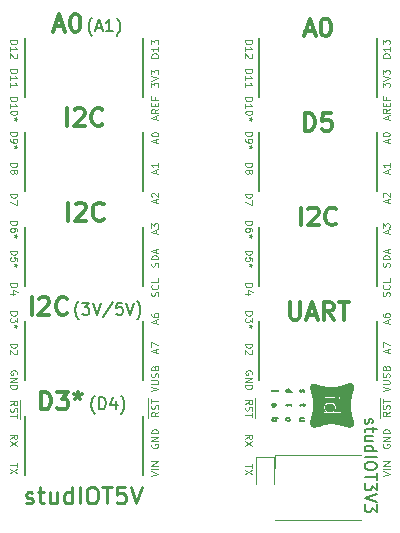
<source format=gbr>
G04 #@! TF.GenerationSoftware,KiCad,Pcbnew,(5.0.1-3-g963ef8bb5)*
G04 #@! TF.CreationDate,2019-07-31T15:24:12+02:00*
G04 #@! TF.ProjectId,StudIOT,53747564494F542E6B696361645F7063,rev?*
G04 #@! TF.SameCoordinates,Original*
G04 #@! TF.FileFunction,Legend,Top*
G04 #@! TF.FilePolarity,Positive*
%FSLAX46Y46*%
G04 Gerber Fmt 4.6, Leading zero omitted, Abs format (unit mm)*
G04 Created by KiCad (PCBNEW (5.0.1-3-g963ef8bb5)) date 2019 July 31, Wednesday 15:24:12*
%MOMM*%
%LPD*%
G01*
G04 APERTURE LIST*
%ADD10C,0.200000*%
%ADD11C,0.250000*%
%ADD12C,0.110000*%
%ADD13C,0.300000*%
%ADD14C,0.150000*%
%ADD15C,0.120000*%
%ADD16C,0.010000*%
G04 APERTURE END LIST*
D10*
X123795238Y-113571428D02*
X123747619Y-113666666D01*
X123747619Y-113857142D01*
X123795238Y-113952380D01*
X123890476Y-114000000D01*
X123938095Y-114000000D01*
X124033333Y-113952380D01*
X124080952Y-113857142D01*
X124080952Y-113714285D01*
X124128571Y-113619047D01*
X124223809Y-113571428D01*
X124271428Y-113571428D01*
X124366666Y-113619047D01*
X124414285Y-113714285D01*
X124414285Y-113857142D01*
X124366666Y-113952380D01*
X124414285Y-114285714D02*
X124414285Y-114666666D01*
X124747619Y-114428571D02*
X123890476Y-114428571D01*
X123795238Y-114476190D01*
X123747619Y-114571428D01*
X123747619Y-114666666D01*
X124414285Y-115428571D02*
X123747619Y-115428571D01*
X124414285Y-115000000D02*
X123890476Y-115000000D01*
X123795238Y-115047619D01*
X123747619Y-115142857D01*
X123747619Y-115285714D01*
X123795238Y-115380952D01*
X123842857Y-115428571D01*
X123747619Y-116333333D02*
X124747619Y-116333333D01*
X123795238Y-116333333D02*
X123747619Y-116238095D01*
X123747619Y-116047619D01*
X123795238Y-115952380D01*
X123842857Y-115904761D01*
X123938095Y-115857142D01*
X124223809Y-115857142D01*
X124319047Y-115904761D01*
X124366666Y-115952380D01*
X124414285Y-116047619D01*
X124414285Y-116238095D01*
X124366666Y-116333333D01*
X123747619Y-116809523D02*
X124747619Y-116809523D01*
X124747619Y-117476190D02*
X124747619Y-117666666D01*
X124700000Y-117761904D01*
X124604761Y-117857142D01*
X124414285Y-117904761D01*
X124080952Y-117904761D01*
X123890476Y-117857142D01*
X123795238Y-117761904D01*
X123747619Y-117666666D01*
X123747619Y-117476190D01*
X123795238Y-117380952D01*
X123890476Y-117285714D01*
X124080952Y-117238095D01*
X124414285Y-117238095D01*
X124604761Y-117285714D01*
X124700000Y-117380952D01*
X124747619Y-117476190D01*
X124747619Y-118190476D02*
X124747619Y-118761904D01*
X123747619Y-118476190D02*
X124747619Y-118476190D01*
X124747619Y-119000000D02*
X124747619Y-119619047D01*
X124366666Y-119285714D01*
X124366666Y-119428571D01*
X124319047Y-119523809D01*
X124271428Y-119571428D01*
X124176190Y-119619047D01*
X123938095Y-119619047D01*
X123842857Y-119571428D01*
X123795238Y-119523809D01*
X123747619Y-119428571D01*
X123747619Y-119142857D01*
X123795238Y-119047619D01*
X123842857Y-119000000D01*
X124747619Y-119904761D02*
X123747619Y-120238095D01*
X124747619Y-120571428D01*
X124747619Y-120809523D02*
X124747619Y-121428571D01*
X124366666Y-121095238D01*
X124366666Y-121238095D01*
X124319047Y-121333333D01*
X124271428Y-121380952D01*
X124176190Y-121428571D01*
X123938095Y-121428571D01*
X123842857Y-121380952D01*
X123795238Y-121333333D01*
X123747619Y-121238095D01*
X123747619Y-120952380D01*
X123795238Y-120857142D01*
X123842857Y-120809523D01*
D11*
X95066666Y-120666666D02*
X95200000Y-120733333D01*
X95466666Y-120733333D01*
X95600000Y-120666666D01*
X95666666Y-120533333D01*
X95666666Y-120466666D01*
X95600000Y-120333333D01*
X95466666Y-120266666D01*
X95266666Y-120266666D01*
X95133333Y-120200000D01*
X95066666Y-120066666D01*
X95066666Y-120000000D01*
X95133333Y-119866666D01*
X95266666Y-119800000D01*
X95466666Y-119800000D01*
X95600000Y-119866666D01*
X96066666Y-119800000D02*
X96600000Y-119800000D01*
X96266666Y-119333333D02*
X96266666Y-120533333D01*
X96333333Y-120666666D01*
X96466666Y-120733333D01*
X96600000Y-120733333D01*
X97666666Y-119800000D02*
X97666666Y-120733333D01*
X97066666Y-119800000D02*
X97066666Y-120533333D01*
X97133333Y-120666666D01*
X97266666Y-120733333D01*
X97466666Y-120733333D01*
X97600000Y-120666666D01*
X97666666Y-120600000D01*
X98933333Y-120733333D02*
X98933333Y-119333333D01*
X98933333Y-120666666D02*
X98800000Y-120733333D01*
X98533333Y-120733333D01*
X98400000Y-120666666D01*
X98333333Y-120600000D01*
X98266666Y-120466666D01*
X98266666Y-120066666D01*
X98333333Y-119933333D01*
X98400000Y-119866666D01*
X98533333Y-119800000D01*
X98800000Y-119800000D01*
X98933333Y-119866666D01*
X99600000Y-120733333D02*
X99600000Y-119333333D01*
X100533333Y-119333333D02*
X100800000Y-119333333D01*
X100933333Y-119400000D01*
X101066666Y-119533333D01*
X101133333Y-119800000D01*
X101133333Y-120266666D01*
X101066666Y-120533333D01*
X100933333Y-120666666D01*
X100800000Y-120733333D01*
X100533333Y-120733333D01*
X100400000Y-120666666D01*
X100266666Y-120533333D01*
X100200000Y-120266666D01*
X100200000Y-119800000D01*
X100266666Y-119533333D01*
X100400000Y-119400000D01*
X100533333Y-119333333D01*
X101533333Y-119333333D02*
X102333333Y-119333333D01*
X101933333Y-120733333D02*
X101933333Y-119333333D01*
X103466666Y-119333333D02*
X102800000Y-119333333D01*
X102733333Y-120000000D01*
X102800000Y-119933333D01*
X102933333Y-119866666D01*
X103266666Y-119866666D01*
X103400000Y-119933333D01*
X103466666Y-120000000D01*
X103533333Y-120133333D01*
X103533333Y-120466666D01*
X103466666Y-120600000D01*
X103400000Y-120666666D01*
X103266666Y-120733333D01*
X102933333Y-120733333D01*
X102800000Y-120666666D01*
X102733333Y-120600000D01*
X103933333Y-119333333D02*
X104400000Y-120733333D01*
X104866666Y-119333333D01*
D12*
X105700000Y-115707142D02*
X105671428Y-115764285D01*
X105671428Y-115850000D01*
X105700000Y-115935714D01*
X105757142Y-115992857D01*
X105814285Y-116021428D01*
X105928571Y-116050000D01*
X106014285Y-116050000D01*
X106128571Y-116021428D01*
X106185714Y-115992857D01*
X106242857Y-115935714D01*
X106271428Y-115850000D01*
X106271428Y-115792857D01*
X106242857Y-115707142D01*
X106214285Y-115678571D01*
X106014285Y-115678571D01*
X106014285Y-115792857D01*
X106271428Y-115421428D02*
X105671428Y-115421428D01*
X106271428Y-115078571D01*
X105671428Y-115078571D01*
X106271428Y-114792857D02*
X105671428Y-114792857D01*
X105671428Y-114650000D01*
X105700000Y-114564285D01*
X105757142Y-114507142D01*
X105814285Y-114478571D01*
X105928571Y-114450000D01*
X106014285Y-114450000D01*
X106128571Y-114478571D01*
X106185714Y-114507142D01*
X106242857Y-114564285D01*
X106271428Y-114650000D01*
X106271428Y-114792857D01*
X106100000Y-88221428D02*
X106100000Y-87935714D01*
X106271428Y-88278571D02*
X105671428Y-88078571D01*
X106271428Y-87878571D01*
X106271428Y-87335714D02*
X105985714Y-87535714D01*
X106271428Y-87678571D02*
X105671428Y-87678571D01*
X105671428Y-87450000D01*
X105700000Y-87392857D01*
X105728571Y-87364285D01*
X105785714Y-87335714D01*
X105871428Y-87335714D01*
X105928571Y-87364285D01*
X105957142Y-87392857D01*
X105985714Y-87450000D01*
X105985714Y-87678571D01*
X105957142Y-87078571D02*
X105957142Y-86878571D01*
X106271428Y-86792857D02*
X106271428Y-87078571D01*
X105671428Y-87078571D01*
X105671428Y-86792857D01*
X105957142Y-86335714D02*
X105957142Y-86535714D01*
X106271428Y-86535714D02*
X105671428Y-86535714D01*
X105671428Y-86250000D01*
X106100000Y-107978571D02*
X106100000Y-107692857D01*
X106271428Y-108035714D02*
X105671428Y-107835714D01*
X106271428Y-107635714D01*
X105671428Y-107492857D02*
X105671428Y-107092857D01*
X106271428Y-107350000D01*
X106100000Y-97878571D02*
X106100000Y-97592857D01*
X106271428Y-97935714D02*
X105671428Y-97735714D01*
X106271428Y-97535714D01*
X105671428Y-97392857D02*
X105671428Y-97021428D01*
X105900000Y-97221428D01*
X105900000Y-97135714D01*
X105928571Y-97078571D01*
X105957142Y-97050000D01*
X106014285Y-97021428D01*
X106157142Y-97021428D01*
X106214285Y-97050000D01*
X106242857Y-97078571D01*
X106271428Y-97135714D01*
X106271428Y-97307142D01*
X106242857Y-97364285D01*
X106214285Y-97392857D01*
X106100000Y-95278571D02*
X106100000Y-94992857D01*
X106271428Y-95335714D02*
X105671428Y-95135714D01*
X106271428Y-94935714D01*
X105728571Y-94764285D02*
X105700000Y-94735714D01*
X105671428Y-94678571D01*
X105671428Y-94535714D01*
X105700000Y-94478571D01*
X105728571Y-94450000D01*
X105785714Y-94421428D01*
X105842857Y-94421428D01*
X105928571Y-94450000D01*
X106271428Y-94792857D01*
X106271428Y-94421428D01*
X106242857Y-100678571D02*
X106271428Y-100592857D01*
X106271428Y-100450000D01*
X106242857Y-100392857D01*
X106214285Y-100364285D01*
X106157142Y-100335714D01*
X106100000Y-100335714D01*
X106042857Y-100364285D01*
X106014285Y-100392857D01*
X105985714Y-100450000D01*
X105957142Y-100564285D01*
X105928571Y-100621428D01*
X105900000Y-100650000D01*
X105842857Y-100678571D01*
X105785714Y-100678571D01*
X105728571Y-100650000D01*
X105700000Y-100621428D01*
X105671428Y-100564285D01*
X105671428Y-100421428D01*
X105700000Y-100335714D01*
X106271428Y-100078571D02*
X105671428Y-100078571D01*
X105671428Y-99935714D01*
X105700000Y-99850000D01*
X105757142Y-99792857D01*
X105814285Y-99764285D01*
X105928571Y-99735714D01*
X106014285Y-99735714D01*
X106128571Y-99764285D01*
X106185714Y-99792857D01*
X106242857Y-99850000D01*
X106271428Y-99935714D01*
X106271428Y-100078571D01*
X106100000Y-99507142D02*
X106100000Y-99221428D01*
X106271428Y-99564285D02*
X105671428Y-99364285D01*
X106271428Y-99164285D01*
X106100000Y-90178571D02*
X106100000Y-89892857D01*
X106271428Y-90235714D02*
X105671428Y-90035714D01*
X106271428Y-89835714D01*
X105671428Y-89521428D02*
X105671428Y-89464285D01*
X105700000Y-89407142D01*
X105728571Y-89378571D01*
X105785714Y-89350000D01*
X105900000Y-89321428D01*
X106042857Y-89321428D01*
X106157142Y-89350000D01*
X106214285Y-89378571D01*
X106242857Y-89407142D01*
X106271428Y-89464285D01*
X106271428Y-89521428D01*
X106242857Y-89578571D01*
X106214285Y-89607142D01*
X106157142Y-89635714D01*
X106042857Y-89664285D01*
X105900000Y-89664285D01*
X105785714Y-89635714D01*
X105728571Y-89607142D01*
X105700000Y-89578571D01*
X105671428Y-89521428D01*
X105671428Y-118407142D02*
X106271428Y-118207142D01*
X105671428Y-118007142D01*
X106271428Y-117807142D02*
X105671428Y-117807142D01*
X106271428Y-117521428D02*
X105671428Y-117521428D01*
X106271428Y-117178571D01*
X105671428Y-117178571D01*
X105425000Y-113464285D02*
X105425000Y-112864285D01*
X106271428Y-112978571D02*
X105985714Y-113178571D01*
X106271428Y-113321428D02*
X105671428Y-113321428D01*
X105671428Y-113092857D01*
X105700000Y-113035714D01*
X105728571Y-113007142D01*
X105785714Y-112978571D01*
X105871428Y-112978571D01*
X105928571Y-113007142D01*
X105957142Y-113035714D01*
X105985714Y-113092857D01*
X105985714Y-113321428D01*
X105425000Y-112864285D02*
X105425000Y-112292857D01*
X106242857Y-112750000D02*
X106271428Y-112664285D01*
X106271428Y-112521428D01*
X106242857Y-112464285D01*
X106214285Y-112435714D01*
X106157142Y-112407142D01*
X106100000Y-112407142D01*
X106042857Y-112435714D01*
X106014285Y-112464285D01*
X105985714Y-112521428D01*
X105957142Y-112635714D01*
X105928571Y-112692857D01*
X105900000Y-112721428D01*
X105842857Y-112750000D01*
X105785714Y-112750000D01*
X105728571Y-112721428D01*
X105700000Y-112692857D01*
X105671428Y-112635714D01*
X105671428Y-112492857D01*
X105700000Y-112407142D01*
X105425000Y-112292857D02*
X105425000Y-111835714D01*
X105671428Y-112235714D02*
X105671428Y-111892857D01*
X106271428Y-112064285D02*
X105671428Y-112064285D01*
X106242857Y-103164285D02*
X106271428Y-103078571D01*
X106271428Y-102935714D01*
X106242857Y-102878571D01*
X106214285Y-102850000D01*
X106157142Y-102821428D01*
X106100000Y-102821428D01*
X106042857Y-102850000D01*
X106014285Y-102878571D01*
X105985714Y-102935714D01*
X105957142Y-103050000D01*
X105928571Y-103107142D01*
X105900000Y-103135714D01*
X105842857Y-103164285D01*
X105785714Y-103164285D01*
X105728571Y-103135714D01*
X105700000Y-103107142D01*
X105671428Y-103050000D01*
X105671428Y-102907142D01*
X105700000Y-102821428D01*
X106214285Y-102221428D02*
X106242857Y-102250000D01*
X106271428Y-102335714D01*
X106271428Y-102392857D01*
X106242857Y-102478571D01*
X106185714Y-102535714D01*
X106128571Y-102564285D01*
X106014285Y-102592857D01*
X105928571Y-102592857D01*
X105814285Y-102564285D01*
X105757142Y-102535714D01*
X105700000Y-102478571D01*
X105671428Y-102392857D01*
X105671428Y-102335714D01*
X105700000Y-102250000D01*
X105728571Y-102221428D01*
X106271428Y-101678571D02*
X106271428Y-101964285D01*
X105671428Y-101964285D01*
X106100000Y-92778571D02*
X106100000Y-92492857D01*
X106271428Y-92835714D02*
X105671428Y-92635714D01*
X106271428Y-92435714D01*
X106271428Y-91921428D02*
X106271428Y-92264285D01*
X106271428Y-92092857D02*
X105671428Y-92092857D01*
X105757142Y-92150000D01*
X105814285Y-92207142D01*
X105842857Y-92264285D01*
X105671428Y-85492857D02*
X105671428Y-85121428D01*
X105900000Y-85321428D01*
X105900000Y-85235714D01*
X105928571Y-85178571D01*
X105957142Y-85150000D01*
X106014285Y-85121428D01*
X106157142Y-85121428D01*
X106214285Y-85150000D01*
X106242857Y-85178571D01*
X106271428Y-85235714D01*
X106271428Y-85407142D01*
X106242857Y-85464285D01*
X106214285Y-85492857D01*
X105671428Y-84950000D02*
X106271428Y-84750000D01*
X105671428Y-84550000D01*
X105671428Y-84407142D02*
X105671428Y-84035714D01*
X105900000Y-84235714D01*
X105900000Y-84150000D01*
X105928571Y-84092857D01*
X105957142Y-84064285D01*
X106014285Y-84035714D01*
X106157142Y-84035714D01*
X106214285Y-84064285D01*
X106242857Y-84092857D01*
X106271428Y-84150000D01*
X106271428Y-84321428D01*
X106242857Y-84378571D01*
X106214285Y-84407142D01*
X106100000Y-105478571D02*
X106100000Y-105192857D01*
X106271428Y-105535714D02*
X105671428Y-105335714D01*
X106271428Y-105135714D01*
X105671428Y-104678571D02*
X105671428Y-104792857D01*
X105700000Y-104850000D01*
X105728571Y-104878571D01*
X105814285Y-104935714D01*
X105928571Y-104964285D01*
X106157142Y-104964285D01*
X106214285Y-104935714D01*
X106242857Y-104907142D01*
X106271428Y-104850000D01*
X106271428Y-104735714D01*
X106242857Y-104678571D01*
X106214285Y-104650000D01*
X106157142Y-104621428D01*
X106014285Y-104621428D01*
X105957142Y-104650000D01*
X105928571Y-104678571D01*
X105900000Y-104735714D01*
X105900000Y-104850000D01*
X105928571Y-104907142D01*
X105957142Y-104935714D01*
X106014285Y-104964285D01*
X105671428Y-111250000D02*
X106271428Y-111050000D01*
X105671428Y-110850000D01*
X105671428Y-110650000D02*
X106157142Y-110650000D01*
X106214285Y-110621428D01*
X106242857Y-110592857D01*
X106271428Y-110535714D01*
X106271428Y-110421428D01*
X106242857Y-110364285D01*
X106214285Y-110335714D01*
X106157142Y-110307142D01*
X105671428Y-110307142D01*
X106242857Y-110050000D02*
X106271428Y-109964285D01*
X106271428Y-109821428D01*
X106242857Y-109764285D01*
X106214285Y-109735714D01*
X106157142Y-109707142D01*
X106100000Y-109707142D01*
X106042857Y-109735714D01*
X106014285Y-109764285D01*
X105985714Y-109821428D01*
X105957142Y-109935714D01*
X105928571Y-109992857D01*
X105900000Y-110021428D01*
X105842857Y-110050000D01*
X105785714Y-110050000D01*
X105728571Y-110021428D01*
X105700000Y-109992857D01*
X105671428Y-109935714D01*
X105671428Y-109792857D01*
X105700000Y-109707142D01*
X105957142Y-109250000D02*
X105985714Y-109164285D01*
X106014285Y-109135714D01*
X106071428Y-109107142D01*
X106157142Y-109107142D01*
X106214285Y-109135714D01*
X106242857Y-109164285D01*
X106271428Y-109221428D01*
X106271428Y-109450000D01*
X105671428Y-109450000D01*
X105671428Y-109250000D01*
X105700000Y-109192857D01*
X105728571Y-109164285D01*
X105785714Y-109135714D01*
X105842857Y-109135714D01*
X105900000Y-109164285D01*
X105928571Y-109192857D01*
X105957142Y-109250000D01*
X105957142Y-109450000D01*
X106271428Y-82978571D02*
X105671428Y-82978571D01*
X105671428Y-82835714D01*
X105700000Y-82750000D01*
X105757142Y-82692857D01*
X105814285Y-82664285D01*
X105928571Y-82635714D01*
X106014285Y-82635714D01*
X106128571Y-82664285D01*
X106185714Y-82692857D01*
X106242857Y-82750000D01*
X106271428Y-82835714D01*
X106271428Y-82978571D01*
X106271428Y-82064285D02*
X106271428Y-82407142D01*
X106271428Y-82235714D02*
X105671428Y-82235714D01*
X105757142Y-82292857D01*
X105814285Y-82350000D01*
X105842857Y-82407142D01*
X105671428Y-81864285D02*
X105671428Y-81492857D01*
X105900000Y-81692857D01*
X105900000Y-81607142D01*
X105928571Y-81550000D01*
X105957142Y-81521428D01*
X106014285Y-81492857D01*
X106157142Y-81492857D01*
X106214285Y-81521428D01*
X106242857Y-81550000D01*
X106271428Y-81607142D01*
X106271428Y-81778571D01*
X106242857Y-81835714D01*
X106214285Y-81864285D01*
X94575000Y-111935714D02*
X94575000Y-112535714D01*
X93728571Y-112421428D02*
X94014285Y-112221428D01*
X93728571Y-112078571D02*
X94328571Y-112078571D01*
X94328571Y-112307142D01*
X94300000Y-112364285D01*
X94271428Y-112392857D01*
X94214285Y-112421428D01*
X94128571Y-112421428D01*
X94071428Y-112392857D01*
X94042857Y-112364285D01*
X94014285Y-112307142D01*
X94014285Y-112078571D01*
X94575000Y-112535714D02*
X94575000Y-113107142D01*
X93757142Y-112650000D02*
X93728571Y-112735714D01*
X93728571Y-112878571D01*
X93757142Y-112935714D01*
X93785714Y-112964285D01*
X93842857Y-112992857D01*
X93900000Y-112992857D01*
X93957142Y-112964285D01*
X93985714Y-112935714D01*
X94014285Y-112878571D01*
X94042857Y-112764285D01*
X94071428Y-112707142D01*
X94100000Y-112678571D01*
X94157142Y-112650000D01*
X94214285Y-112650000D01*
X94271428Y-112678571D01*
X94300000Y-112707142D01*
X94328571Y-112764285D01*
X94328571Y-112907142D01*
X94300000Y-112992857D01*
X94575000Y-113107142D02*
X94575000Y-113564285D01*
X94328571Y-113164285D02*
X94328571Y-113507142D01*
X93728571Y-113335714D02*
X94328571Y-113335714D01*
X94328571Y-117292857D02*
X94328571Y-117635714D01*
X93728571Y-117464285D02*
X94328571Y-117464285D01*
X94328571Y-117778571D02*
X93728571Y-118178571D01*
X94328571Y-118178571D02*
X93728571Y-117778571D01*
X93728571Y-102107142D02*
X94328571Y-102107142D01*
X94328571Y-102250000D01*
X94300000Y-102335714D01*
X94242857Y-102392857D01*
X94185714Y-102421428D01*
X94071428Y-102450000D01*
X93985714Y-102450000D01*
X93871428Y-102421428D01*
X93814285Y-102392857D01*
X93757142Y-102335714D01*
X93728571Y-102250000D01*
X93728571Y-102107142D01*
X94128571Y-102964285D02*
X93728571Y-102964285D01*
X94357142Y-102821428D02*
X93928571Y-102678571D01*
X93928571Y-103050000D01*
X93728571Y-99328571D02*
X94328571Y-99328571D01*
X94328571Y-99471428D01*
X94300000Y-99557142D01*
X94242857Y-99614285D01*
X94185714Y-99642857D01*
X94071428Y-99671428D01*
X93985714Y-99671428D01*
X93871428Y-99642857D01*
X93814285Y-99614285D01*
X93757142Y-99557142D01*
X93728571Y-99471428D01*
X93728571Y-99328571D01*
X94328571Y-100214285D02*
X94328571Y-99928571D01*
X94042857Y-99900000D01*
X94071428Y-99928571D01*
X94100000Y-99985714D01*
X94100000Y-100128571D01*
X94071428Y-100185714D01*
X94042857Y-100214285D01*
X93985714Y-100242857D01*
X93842857Y-100242857D01*
X93785714Y-100214285D01*
X93757142Y-100185714D01*
X93728571Y-100128571D01*
X93728571Y-99985714D01*
X93757142Y-99928571D01*
X93785714Y-99900000D01*
X94328571Y-100585714D02*
X94185714Y-100585714D01*
X94242857Y-100442857D02*
X94185714Y-100585714D01*
X94242857Y-100728571D01*
X94071428Y-100500000D02*
X94185714Y-100585714D01*
X94071428Y-100671428D01*
X93728571Y-86342857D02*
X94328571Y-86342857D01*
X94328571Y-86485714D01*
X94300000Y-86571428D01*
X94242857Y-86628571D01*
X94185714Y-86657142D01*
X94071428Y-86685714D01*
X93985714Y-86685714D01*
X93871428Y-86657142D01*
X93814285Y-86628571D01*
X93757142Y-86571428D01*
X93728571Y-86485714D01*
X93728571Y-86342857D01*
X93728571Y-87257142D02*
X93728571Y-86914285D01*
X93728571Y-87085714D02*
X94328571Y-87085714D01*
X94242857Y-87028571D01*
X94185714Y-86971428D01*
X94157142Y-86914285D01*
X94328571Y-87628571D02*
X94328571Y-87685714D01*
X94300000Y-87742857D01*
X94271428Y-87771428D01*
X94214285Y-87800000D01*
X94100000Y-87828571D01*
X93957142Y-87828571D01*
X93842857Y-87800000D01*
X93785714Y-87771428D01*
X93757142Y-87742857D01*
X93728571Y-87685714D01*
X93728571Y-87628571D01*
X93757142Y-87571428D01*
X93785714Y-87542857D01*
X93842857Y-87514285D01*
X93957142Y-87485714D01*
X94100000Y-87485714D01*
X94214285Y-87514285D01*
X94271428Y-87542857D01*
X94300000Y-87571428D01*
X94328571Y-87628571D01*
X94328571Y-88171428D02*
X94185714Y-88171428D01*
X94242857Y-88028571D02*
X94185714Y-88171428D01*
X94242857Y-88314285D01*
X94071428Y-88085714D02*
X94185714Y-88171428D01*
X94071428Y-88257142D01*
X94300000Y-109792857D02*
X94328571Y-109735714D01*
X94328571Y-109650000D01*
X94300000Y-109564285D01*
X94242857Y-109507142D01*
X94185714Y-109478571D01*
X94071428Y-109450000D01*
X93985714Y-109450000D01*
X93871428Y-109478571D01*
X93814285Y-109507142D01*
X93757142Y-109564285D01*
X93728571Y-109650000D01*
X93728571Y-109707142D01*
X93757142Y-109792857D01*
X93785714Y-109821428D01*
X93985714Y-109821428D01*
X93985714Y-109707142D01*
X93728571Y-110078571D02*
X94328571Y-110078571D01*
X93728571Y-110421428D01*
X94328571Y-110421428D01*
X93728571Y-110707142D02*
X94328571Y-110707142D01*
X94328571Y-110850000D01*
X94300000Y-110935714D01*
X94242857Y-110992857D01*
X94185714Y-111021428D01*
X94071428Y-111050000D01*
X93985714Y-111050000D01*
X93871428Y-111021428D01*
X93814285Y-110992857D01*
X93757142Y-110935714D01*
X93728571Y-110850000D01*
X93728571Y-110707142D01*
X93728571Y-81521428D02*
X94328571Y-81521428D01*
X94328571Y-81664285D01*
X94300000Y-81750000D01*
X94242857Y-81807142D01*
X94185714Y-81835714D01*
X94071428Y-81864285D01*
X93985714Y-81864285D01*
X93871428Y-81835714D01*
X93814285Y-81807142D01*
X93757142Y-81750000D01*
X93728571Y-81664285D01*
X93728571Y-81521428D01*
X93728571Y-82435714D02*
X93728571Y-82092857D01*
X93728571Y-82264285D02*
X94328571Y-82264285D01*
X94242857Y-82207142D01*
X94185714Y-82150000D01*
X94157142Y-82092857D01*
X94271428Y-82664285D02*
X94300000Y-82692857D01*
X94328571Y-82750000D01*
X94328571Y-82892857D01*
X94300000Y-82950000D01*
X94271428Y-82978571D01*
X94214285Y-83007142D01*
X94157142Y-83007142D01*
X94071428Y-82978571D01*
X93728571Y-82635714D01*
X93728571Y-83007142D01*
X93728571Y-91907142D02*
X94328571Y-91907142D01*
X94328571Y-92050000D01*
X94300000Y-92135714D01*
X94242857Y-92192857D01*
X94185714Y-92221428D01*
X94071428Y-92250000D01*
X93985714Y-92250000D01*
X93871428Y-92221428D01*
X93814285Y-92192857D01*
X93757142Y-92135714D01*
X93728571Y-92050000D01*
X93728571Y-91907142D01*
X94071428Y-92592857D02*
X94100000Y-92535714D01*
X94128571Y-92507142D01*
X94185714Y-92478571D01*
X94214285Y-92478571D01*
X94271428Y-92507142D01*
X94300000Y-92535714D01*
X94328571Y-92592857D01*
X94328571Y-92707142D01*
X94300000Y-92764285D01*
X94271428Y-92792857D01*
X94214285Y-92821428D01*
X94185714Y-92821428D01*
X94128571Y-92792857D01*
X94100000Y-92764285D01*
X94071428Y-92707142D01*
X94071428Y-92592857D01*
X94042857Y-92535714D01*
X94014285Y-92507142D01*
X93957142Y-92478571D01*
X93842857Y-92478571D01*
X93785714Y-92507142D01*
X93757142Y-92535714D01*
X93728571Y-92592857D01*
X93728571Y-92707142D01*
X93757142Y-92764285D01*
X93785714Y-92792857D01*
X93842857Y-92821428D01*
X93957142Y-92821428D01*
X94014285Y-92792857D01*
X94042857Y-92764285D01*
X94071428Y-92707142D01*
X93728571Y-89278571D02*
X94328571Y-89278571D01*
X94328571Y-89421428D01*
X94300000Y-89507142D01*
X94242857Y-89564285D01*
X94185714Y-89592857D01*
X94071428Y-89621428D01*
X93985714Y-89621428D01*
X93871428Y-89592857D01*
X93814285Y-89564285D01*
X93757142Y-89507142D01*
X93728571Y-89421428D01*
X93728571Y-89278571D01*
X93728571Y-89907142D02*
X93728571Y-90021428D01*
X93757142Y-90078571D01*
X93785714Y-90107142D01*
X93871428Y-90164285D01*
X93985714Y-90192857D01*
X94214285Y-90192857D01*
X94271428Y-90164285D01*
X94300000Y-90135714D01*
X94328571Y-90078571D01*
X94328571Y-89964285D01*
X94300000Y-89907142D01*
X94271428Y-89878571D01*
X94214285Y-89850000D01*
X94071428Y-89850000D01*
X94014285Y-89878571D01*
X93985714Y-89907142D01*
X93957142Y-89964285D01*
X93957142Y-90078571D01*
X93985714Y-90135714D01*
X94014285Y-90164285D01*
X94071428Y-90192857D01*
X94328571Y-90535714D02*
X94185714Y-90535714D01*
X94242857Y-90392857D02*
X94185714Y-90535714D01*
X94242857Y-90678571D01*
X94071428Y-90450000D02*
X94185714Y-90535714D01*
X94071428Y-90621428D01*
X93728571Y-104478571D02*
X94328571Y-104478571D01*
X94328571Y-104621428D01*
X94300000Y-104707142D01*
X94242857Y-104764285D01*
X94185714Y-104792857D01*
X94071428Y-104821428D01*
X93985714Y-104821428D01*
X93871428Y-104792857D01*
X93814285Y-104764285D01*
X93757142Y-104707142D01*
X93728571Y-104621428D01*
X93728571Y-104478571D01*
X94328571Y-105021428D02*
X94328571Y-105392857D01*
X94100000Y-105192857D01*
X94100000Y-105278571D01*
X94071428Y-105335714D01*
X94042857Y-105364285D01*
X93985714Y-105392857D01*
X93842857Y-105392857D01*
X93785714Y-105364285D01*
X93757142Y-105335714D01*
X93728571Y-105278571D01*
X93728571Y-105107142D01*
X93757142Y-105050000D01*
X93785714Y-105021428D01*
X94328571Y-105735714D02*
X94185714Y-105735714D01*
X94242857Y-105592857D02*
X94185714Y-105735714D01*
X94242857Y-105878571D01*
X94071428Y-105650000D02*
X94185714Y-105735714D01*
X94071428Y-105821428D01*
X93728571Y-107207142D02*
X94328571Y-107207142D01*
X94328571Y-107350000D01*
X94300000Y-107435714D01*
X94242857Y-107492857D01*
X94185714Y-107521428D01*
X94071428Y-107550000D01*
X93985714Y-107550000D01*
X93871428Y-107521428D01*
X93814285Y-107492857D01*
X93757142Y-107435714D01*
X93728571Y-107350000D01*
X93728571Y-107207142D01*
X94271428Y-107778571D02*
X94300000Y-107807142D01*
X94328571Y-107864285D01*
X94328571Y-108007142D01*
X94300000Y-108064285D01*
X94271428Y-108092857D01*
X94214285Y-108121428D01*
X94157142Y-108121428D01*
X94071428Y-108092857D01*
X93728571Y-107750000D01*
X93728571Y-108121428D01*
X93728571Y-94507142D02*
X94328571Y-94507142D01*
X94328571Y-94650000D01*
X94300000Y-94735714D01*
X94242857Y-94792857D01*
X94185714Y-94821428D01*
X94071428Y-94850000D01*
X93985714Y-94850000D01*
X93871428Y-94821428D01*
X93814285Y-94792857D01*
X93757142Y-94735714D01*
X93728571Y-94650000D01*
X93728571Y-94507142D01*
X94328571Y-95050000D02*
X94328571Y-95450000D01*
X93728571Y-95192857D01*
X93728571Y-83971428D02*
X94328571Y-83971428D01*
X94328571Y-84114285D01*
X94300000Y-84200000D01*
X94242857Y-84257142D01*
X94185714Y-84285714D01*
X94071428Y-84314285D01*
X93985714Y-84314285D01*
X93871428Y-84285714D01*
X93814285Y-84257142D01*
X93757142Y-84200000D01*
X93728571Y-84114285D01*
X93728571Y-83971428D01*
X93728571Y-84885714D02*
X93728571Y-84542857D01*
X93728571Y-84714285D02*
X94328571Y-84714285D01*
X94242857Y-84657142D01*
X94185714Y-84600000D01*
X94157142Y-84542857D01*
X93728571Y-85457142D02*
X93728571Y-85114285D01*
X93728571Y-85285714D02*
X94328571Y-85285714D01*
X94242857Y-85228571D01*
X94185714Y-85171428D01*
X94157142Y-85114285D01*
X93728571Y-115250000D02*
X94014285Y-115050000D01*
X93728571Y-114907142D02*
X94328571Y-114907142D01*
X94328571Y-115135714D01*
X94300000Y-115192857D01*
X94271428Y-115221428D01*
X94214285Y-115250000D01*
X94128571Y-115250000D01*
X94071428Y-115221428D01*
X94042857Y-115192857D01*
X94014285Y-115135714D01*
X94014285Y-114907142D01*
X94328571Y-115450000D02*
X93728571Y-115850000D01*
X94328571Y-115850000D02*
X93728571Y-115450000D01*
X93728571Y-96828571D02*
X94328571Y-96828571D01*
X94328571Y-96971428D01*
X94300000Y-97057142D01*
X94242857Y-97114285D01*
X94185714Y-97142857D01*
X94071428Y-97171428D01*
X93985714Y-97171428D01*
X93871428Y-97142857D01*
X93814285Y-97114285D01*
X93757142Y-97057142D01*
X93728571Y-96971428D01*
X93728571Y-96828571D01*
X94328571Y-97685714D02*
X94328571Y-97571428D01*
X94300000Y-97514285D01*
X94271428Y-97485714D01*
X94185714Y-97428571D01*
X94071428Y-97400000D01*
X93842857Y-97400000D01*
X93785714Y-97428571D01*
X93757142Y-97457142D01*
X93728571Y-97514285D01*
X93728571Y-97628571D01*
X93757142Y-97685714D01*
X93785714Y-97714285D01*
X93842857Y-97742857D01*
X93985714Y-97742857D01*
X94042857Y-97714285D01*
X94071428Y-97685714D01*
X94100000Y-97628571D01*
X94100000Y-97514285D01*
X94071428Y-97457142D01*
X94042857Y-97428571D01*
X93985714Y-97400000D01*
X94328571Y-98085714D02*
X94185714Y-98085714D01*
X94242857Y-97942857D02*
X94185714Y-98085714D01*
X94242857Y-98228571D01*
X94071428Y-98000000D02*
X94185714Y-98085714D01*
X94071428Y-98171428D01*
X125871428Y-82978571D02*
X125271428Y-82978571D01*
X125271428Y-82835714D01*
X125300000Y-82750000D01*
X125357142Y-82692857D01*
X125414285Y-82664285D01*
X125528571Y-82635714D01*
X125614285Y-82635714D01*
X125728571Y-82664285D01*
X125785714Y-82692857D01*
X125842857Y-82750000D01*
X125871428Y-82835714D01*
X125871428Y-82978571D01*
X125871428Y-82064285D02*
X125871428Y-82407142D01*
X125871428Y-82235714D02*
X125271428Y-82235714D01*
X125357142Y-82292857D01*
X125414285Y-82350000D01*
X125442857Y-82407142D01*
X125271428Y-81864285D02*
X125271428Y-81492857D01*
X125500000Y-81692857D01*
X125500000Y-81607142D01*
X125528571Y-81550000D01*
X125557142Y-81521428D01*
X125614285Y-81492857D01*
X125757142Y-81492857D01*
X125814285Y-81521428D01*
X125842857Y-81550000D01*
X125871428Y-81607142D01*
X125871428Y-81778571D01*
X125842857Y-81835714D01*
X125814285Y-81864285D01*
X125271428Y-85492857D02*
X125271428Y-85121428D01*
X125500000Y-85321428D01*
X125500000Y-85235714D01*
X125528571Y-85178571D01*
X125557142Y-85150000D01*
X125614285Y-85121428D01*
X125757142Y-85121428D01*
X125814285Y-85150000D01*
X125842857Y-85178571D01*
X125871428Y-85235714D01*
X125871428Y-85407142D01*
X125842857Y-85464285D01*
X125814285Y-85492857D01*
X125271428Y-84950000D02*
X125871428Y-84750000D01*
X125271428Y-84550000D01*
X125271428Y-84407142D02*
X125271428Y-84035714D01*
X125500000Y-84235714D01*
X125500000Y-84150000D01*
X125528571Y-84092857D01*
X125557142Y-84064285D01*
X125614285Y-84035714D01*
X125757142Y-84035714D01*
X125814285Y-84064285D01*
X125842857Y-84092857D01*
X125871428Y-84150000D01*
X125871428Y-84321428D01*
X125842857Y-84378571D01*
X125814285Y-84407142D01*
X125700000Y-88221428D02*
X125700000Y-87935714D01*
X125871428Y-88278571D02*
X125271428Y-88078571D01*
X125871428Y-87878571D01*
X125871428Y-87335714D02*
X125585714Y-87535714D01*
X125871428Y-87678571D02*
X125271428Y-87678571D01*
X125271428Y-87450000D01*
X125300000Y-87392857D01*
X125328571Y-87364285D01*
X125385714Y-87335714D01*
X125471428Y-87335714D01*
X125528571Y-87364285D01*
X125557142Y-87392857D01*
X125585714Y-87450000D01*
X125585714Y-87678571D01*
X125557142Y-87078571D02*
X125557142Y-86878571D01*
X125871428Y-86792857D02*
X125871428Y-87078571D01*
X125271428Y-87078571D01*
X125271428Y-86792857D01*
X125557142Y-86335714D02*
X125557142Y-86535714D01*
X125871428Y-86535714D02*
X125271428Y-86535714D01*
X125271428Y-86250000D01*
X125700000Y-90178571D02*
X125700000Y-89892857D01*
X125871428Y-90235714D02*
X125271428Y-90035714D01*
X125871428Y-89835714D01*
X125271428Y-89521428D02*
X125271428Y-89464285D01*
X125300000Y-89407142D01*
X125328571Y-89378571D01*
X125385714Y-89350000D01*
X125500000Y-89321428D01*
X125642857Y-89321428D01*
X125757142Y-89350000D01*
X125814285Y-89378571D01*
X125842857Y-89407142D01*
X125871428Y-89464285D01*
X125871428Y-89521428D01*
X125842857Y-89578571D01*
X125814285Y-89607142D01*
X125757142Y-89635714D01*
X125642857Y-89664285D01*
X125500000Y-89664285D01*
X125385714Y-89635714D01*
X125328571Y-89607142D01*
X125300000Y-89578571D01*
X125271428Y-89521428D01*
X125700000Y-92778571D02*
X125700000Y-92492857D01*
X125871428Y-92835714D02*
X125271428Y-92635714D01*
X125871428Y-92435714D01*
X125871428Y-91921428D02*
X125871428Y-92264285D01*
X125871428Y-92092857D02*
X125271428Y-92092857D01*
X125357142Y-92150000D01*
X125414285Y-92207142D01*
X125442857Y-92264285D01*
X125700000Y-95278571D02*
X125700000Y-94992857D01*
X125871428Y-95335714D02*
X125271428Y-95135714D01*
X125871428Y-94935714D01*
X125328571Y-94764285D02*
X125300000Y-94735714D01*
X125271428Y-94678571D01*
X125271428Y-94535714D01*
X125300000Y-94478571D01*
X125328571Y-94450000D01*
X125385714Y-94421428D01*
X125442857Y-94421428D01*
X125528571Y-94450000D01*
X125871428Y-94792857D01*
X125871428Y-94421428D01*
X125700000Y-97878571D02*
X125700000Y-97592857D01*
X125871428Y-97935714D02*
X125271428Y-97735714D01*
X125871428Y-97535714D01*
X125271428Y-97392857D02*
X125271428Y-97021428D01*
X125500000Y-97221428D01*
X125500000Y-97135714D01*
X125528571Y-97078571D01*
X125557142Y-97050000D01*
X125614285Y-97021428D01*
X125757142Y-97021428D01*
X125814285Y-97050000D01*
X125842857Y-97078571D01*
X125871428Y-97135714D01*
X125871428Y-97307142D01*
X125842857Y-97364285D01*
X125814285Y-97392857D01*
X125842857Y-100678571D02*
X125871428Y-100592857D01*
X125871428Y-100450000D01*
X125842857Y-100392857D01*
X125814285Y-100364285D01*
X125757142Y-100335714D01*
X125700000Y-100335714D01*
X125642857Y-100364285D01*
X125614285Y-100392857D01*
X125585714Y-100450000D01*
X125557142Y-100564285D01*
X125528571Y-100621428D01*
X125500000Y-100650000D01*
X125442857Y-100678571D01*
X125385714Y-100678571D01*
X125328571Y-100650000D01*
X125300000Y-100621428D01*
X125271428Y-100564285D01*
X125271428Y-100421428D01*
X125300000Y-100335714D01*
X125871428Y-100078571D02*
X125271428Y-100078571D01*
X125271428Y-99935714D01*
X125300000Y-99850000D01*
X125357142Y-99792857D01*
X125414285Y-99764285D01*
X125528571Y-99735714D01*
X125614285Y-99735714D01*
X125728571Y-99764285D01*
X125785714Y-99792857D01*
X125842857Y-99850000D01*
X125871428Y-99935714D01*
X125871428Y-100078571D01*
X125700000Y-99507142D02*
X125700000Y-99221428D01*
X125871428Y-99564285D02*
X125271428Y-99364285D01*
X125871428Y-99164285D01*
X125842857Y-103164285D02*
X125871428Y-103078571D01*
X125871428Y-102935714D01*
X125842857Y-102878571D01*
X125814285Y-102850000D01*
X125757142Y-102821428D01*
X125700000Y-102821428D01*
X125642857Y-102850000D01*
X125614285Y-102878571D01*
X125585714Y-102935714D01*
X125557142Y-103050000D01*
X125528571Y-103107142D01*
X125500000Y-103135714D01*
X125442857Y-103164285D01*
X125385714Y-103164285D01*
X125328571Y-103135714D01*
X125300000Y-103107142D01*
X125271428Y-103050000D01*
X125271428Y-102907142D01*
X125300000Y-102821428D01*
X125814285Y-102221428D02*
X125842857Y-102250000D01*
X125871428Y-102335714D01*
X125871428Y-102392857D01*
X125842857Y-102478571D01*
X125785714Y-102535714D01*
X125728571Y-102564285D01*
X125614285Y-102592857D01*
X125528571Y-102592857D01*
X125414285Y-102564285D01*
X125357142Y-102535714D01*
X125300000Y-102478571D01*
X125271428Y-102392857D01*
X125271428Y-102335714D01*
X125300000Y-102250000D01*
X125328571Y-102221428D01*
X125871428Y-101678571D02*
X125871428Y-101964285D01*
X125271428Y-101964285D01*
X125700000Y-105478571D02*
X125700000Y-105192857D01*
X125871428Y-105535714D02*
X125271428Y-105335714D01*
X125871428Y-105135714D01*
X125271428Y-104678571D02*
X125271428Y-104792857D01*
X125300000Y-104850000D01*
X125328571Y-104878571D01*
X125414285Y-104935714D01*
X125528571Y-104964285D01*
X125757142Y-104964285D01*
X125814285Y-104935714D01*
X125842857Y-104907142D01*
X125871428Y-104850000D01*
X125871428Y-104735714D01*
X125842857Y-104678571D01*
X125814285Y-104650000D01*
X125757142Y-104621428D01*
X125614285Y-104621428D01*
X125557142Y-104650000D01*
X125528571Y-104678571D01*
X125500000Y-104735714D01*
X125500000Y-104850000D01*
X125528571Y-104907142D01*
X125557142Y-104935714D01*
X125614285Y-104964285D01*
X125700000Y-107978571D02*
X125700000Y-107692857D01*
X125871428Y-108035714D02*
X125271428Y-107835714D01*
X125871428Y-107635714D01*
X125271428Y-107492857D02*
X125271428Y-107092857D01*
X125871428Y-107350000D01*
X125271428Y-111250000D02*
X125871428Y-111050000D01*
X125271428Y-110850000D01*
X125271428Y-110650000D02*
X125757142Y-110650000D01*
X125814285Y-110621428D01*
X125842857Y-110592857D01*
X125871428Y-110535714D01*
X125871428Y-110421428D01*
X125842857Y-110364285D01*
X125814285Y-110335714D01*
X125757142Y-110307142D01*
X125271428Y-110307142D01*
X125842857Y-110050000D02*
X125871428Y-109964285D01*
X125871428Y-109821428D01*
X125842857Y-109764285D01*
X125814285Y-109735714D01*
X125757142Y-109707142D01*
X125700000Y-109707142D01*
X125642857Y-109735714D01*
X125614285Y-109764285D01*
X125585714Y-109821428D01*
X125557142Y-109935714D01*
X125528571Y-109992857D01*
X125500000Y-110021428D01*
X125442857Y-110050000D01*
X125385714Y-110050000D01*
X125328571Y-110021428D01*
X125300000Y-109992857D01*
X125271428Y-109935714D01*
X125271428Y-109792857D01*
X125300000Y-109707142D01*
X125557142Y-109250000D02*
X125585714Y-109164285D01*
X125614285Y-109135714D01*
X125671428Y-109107142D01*
X125757142Y-109107142D01*
X125814285Y-109135714D01*
X125842857Y-109164285D01*
X125871428Y-109221428D01*
X125871428Y-109450000D01*
X125271428Y-109450000D01*
X125271428Y-109250000D01*
X125300000Y-109192857D01*
X125328571Y-109164285D01*
X125385714Y-109135714D01*
X125442857Y-109135714D01*
X125500000Y-109164285D01*
X125528571Y-109192857D01*
X125557142Y-109250000D01*
X125557142Y-109450000D01*
X125025000Y-113464285D02*
X125025000Y-112864285D01*
X125871428Y-112978571D02*
X125585714Y-113178571D01*
X125871428Y-113321428D02*
X125271428Y-113321428D01*
X125271428Y-113092857D01*
X125300000Y-113035714D01*
X125328571Y-113007142D01*
X125385714Y-112978571D01*
X125471428Y-112978571D01*
X125528571Y-113007142D01*
X125557142Y-113035714D01*
X125585714Y-113092857D01*
X125585714Y-113321428D01*
X125025000Y-112864285D02*
X125025000Y-112292857D01*
X125842857Y-112750000D02*
X125871428Y-112664285D01*
X125871428Y-112521428D01*
X125842857Y-112464285D01*
X125814285Y-112435714D01*
X125757142Y-112407142D01*
X125700000Y-112407142D01*
X125642857Y-112435714D01*
X125614285Y-112464285D01*
X125585714Y-112521428D01*
X125557142Y-112635714D01*
X125528571Y-112692857D01*
X125500000Y-112721428D01*
X125442857Y-112750000D01*
X125385714Y-112750000D01*
X125328571Y-112721428D01*
X125300000Y-112692857D01*
X125271428Y-112635714D01*
X125271428Y-112492857D01*
X125300000Y-112407142D01*
X125025000Y-112292857D02*
X125025000Y-111835714D01*
X125271428Y-112235714D02*
X125271428Y-111892857D01*
X125871428Y-112064285D02*
X125271428Y-112064285D01*
X125300000Y-115707142D02*
X125271428Y-115764285D01*
X125271428Y-115850000D01*
X125300000Y-115935714D01*
X125357142Y-115992857D01*
X125414285Y-116021428D01*
X125528571Y-116050000D01*
X125614285Y-116050000D01*
X125728571Y-116021428D01*
X125785714Y-115992857D01*
X125842857Y-115935714D01*
X125871428Y-115850000D01*
X125871428Y-115792857D01*
X125842857Y-115707142D01*
X125814285Y-115678571D01*
X125614285Y-115678571D01*
X125614285Y-115792857D01*
X125871428Y-115421428D02*
X125271428Y-115421428D01*
X125871428Y-115078571D01*
X125271428Y-115078571D01*
X125871428Y-114792857D02*
X125271428Y-114792857D01*
X125271428Y-114650000D01*
X125300000Y-114564285D01*
X125357142Y-114507142D01*
X125414285Y-114478571D01*
X125528571Y-114450000D01*
X125614285Y-114450000D01*
X125728571Y-114478571D01*
X125785714Y-114507142D01*
X125842857Y-114564285D01*
X125871428Y-114650000D01*
X125871428Y-114792857D01*
X125271428Y-118407142D02*
X125871428Y-118207142D01*
X125271428Y-118007142D01*
X125871428Y-117807142D02*
X125271428Y-117807142D01*
X125871428Y-117521428D02*
X125271428Y-117521428D01*
X125871428Y-117178571D01*
X125271428Y-117178571D01*
X114228571Y-117392857D02*
X114228571Y-117735714D01*
X113628571Y-117564285D02*
X114228571Y-117564285D01*
X114228571Y-117878571D02*
X113628571Y-118278571D01*
X114228571Y-118278571D02*
X113628571Y-117878571D01*
X113628571Y-115250000D02*
X113914285Y-115050000D01*
X113628571Y-114907142D02*
X114228571Y-114907142D01*
X114228571Y-115135714D01*
X114200000Y-115192857D01*
X114171428Y-115221428D01*
X114114285Y-115250000D01*
X114028571Y-115250000D01*
X113971428Y-115221428D01*
X113942857Y-115192857D01*
X113914285Y-115135714D01*
X113914285Y-114907142D01*
X114228571Y-115450000D02*
X113628571Y-115850000D01*
X114228571Y-115850000D02*
X113628571Y-115450000D01*
X114475000Y-111835714D02*
X114475000Y-112435714D01*
X113628571Y-112321428D02*
X113914285Y-112121428D01*
X113628571Y-111978571D02*
X114228571Y-111978571D01*
X114228571Y-112207142D01*
X114200000Y-112264285D01*
X114171428Y-112292857D01*
X114114285Y-112321428D01*
X114028571Y-112321428D01*
X113971428Y-112292857D01*
X113942857Y-112264285D01*
X113914285Y-112207142D01*
X113914285Y-111978571D01*
X114475000Y-112435714D02*
X114475000Y-113007142D01*
X113657142Y-112550000D02*
X113628571Y-112635714D01*
X113628571Y-112778571D01*
X113657142Y-112835714D01*
X113685714Y-112864285D01*
X113742857Y-112892857D01*
X113800000Y-112892857D01*
X113857142Y-112864285D01*
X113885714Y-112835714D01*
X113914285Y-112778571D01*
X113942857Y-112664285D01*
X113971428Y-112607142D01*
X114000000Y-112578571D01*
X114057142Y-112550000D01*
X114114285Y-112550000D01*
X114171428Y-112578571D01*
X114200000Y-112607142D01*
X114228571Y-112664285D01*
X114228571Y-112807142D01*
X114200000Y-112892857D01*
X114475000Y-113007142D02*
X114475000Y-113464285D01*
X114228571Y-113064285D02*
X114228571Y-113407142D01*
X113628571Y-113235714D02*
X114228571Y-113235714D01*
X114200000Y-109792857D02*
X114228571Y-109735714D01*
X114228571Y-109650000D01*
X114200000Y-109564285D01*
X114142857Y-109507142D01*
X114085714Y-109478571D01*
X113971428Y-109450000D01*
X113885714Y-109450000D01*
X113771428Y-109478571D01*
X113714285Y-109507142D01*
X113657142Y-109564285D01*
X113628571Y-109650000D01*
X113628571Y-109707142D01*
X113657142Y-109792857D01*
X113685714Y-109821428D01*
X113885714Y-109821428D01*
X113885714Y-109707142D01*
X113628571Y-110078571D02*
X114228571Y-110078571D01*
X113628571Y-110421428D01*
X114228571Y-110421428D01*
X113628571Y-110707142D02*
X114228571Y-110707142D01*
X114228571Y-110850000D01*
X114200000Y-110935714D01*
X114142857Y-110992857D01*
X114085714Y-111021428D01*
X113971428Y-111050000D01*
X113885714Y-111050000D01*
X113771428Y-111021428D01*
X113714285Y-110992857D01*
X113657142Y-110935714D01*
X113628571Y-110850000D01*
X113628571Y-110707142D01*
X113628571Y-107207142D02*
X114228571Y-107207142D01*
X114228571Y-107350000D01*
X114200000Y-107435714D01*
X114142857Y-107492857D01*
X114085714Y-107521428D01*
X113971428Y-107550000D01*
X113885714Y-107550000D01*
X113771428Y-107521428D01*
X113714285Y-107492857D01*
X113657142Y-107435714D01*
X113628571Y-107350000D01*
X113628571Y-107207142D01*
X114171428Y-107778571D02*
X114200000Y-107807142D01*
X114228571Y-107864285D01*
X114228571Y-108007142D01*
X114200000Y-108064285D01*
X114171428Y-108092857D01*
X114114285Y-108121428D01*
X114057142Y-108121428D01*
X113971428Y-108092857D01*
X113628571Y-107750000D01*
X113628571Y-108121428D01*
X113628571Y-104478571D02*
X114228571Y-104478571D01*
X114228571Y-104621428D01*
X114200000Y-104707142D01*
X114142857Y-104764285D01*
X114085714Y-104792857D01*
X113971428Y-104821428D01*
X113885714Y-104821428D01*
X113771428Y-104792857D01*
X113714285Y-104764285D01*
X113657142Y-104707142D01*
X113628571Y-104621428D01*
X113628571Y-104478571D01*
X114228571Y-105021428D02*
X114228571Y-105392857D01*
X114000000Y-105192857D01*
X114000000Y-105278571D01*
X113971428Y-105335714D01*
X113942857Y-105364285D01*
X113885714Y-105392857D01*
X113742857Y-105392857D01*
X113685714Y-105364285D01*
X113657142Y-105335714D01*
X113628571Y-105278571D01*
X113628571Y-105107142D01*
X113657142Y-105050000D01*
X113685714Y-105021428D01*
X114228571Y-105735714D02*
X114085714Y-105735714D01*
X114142857Y-105592857D02*
X114085714Y-105735714D01*
X114142857Y-105878571D01*
X113971428Y-105650000D02*
X114085714Y-105735714D01*
X113971428Y-105821428D01*
X113628571Y-102107142D02*
X114228571Y-102107142D01*
X114228571Y-102250000D01*
X114200000Y-102335714D01*
X114142857Y-102392857D01*
X114085714Y-102421428D01*
X113971428Y-102450000D01*
X113885714Y-102450000D01*
X113771428Y-102421428D01*
X113714285Y-102392857D01*
X113657142Y-102335714D01*
X113628571Y-102250000D01*
X113628571Y-102107142D01*
X114028571Y-102964285D02*
X113628571Y-102964285D01*
X114257142Y-102821428D02*
X113828571Y-102678571D01*
X113828571Y-103050000D01*
X113628571Y-99328571D02*
X114228571Y-99328571D01*
X114228571Y-99471428D01*
X114200000Y-99557142D01*
X114142857Y-99614285D01*
X114085714Y-99642857D01*
X113971428Y-99671428D01*
X113885714Y-99671428D01*
X113771428Y-99642857D01*
X113714285Y-99614285D01*
X113657142Y-99557142D01*
X113628571Y-99471428D01*
X113628571Y-99328571D01*
X114228571Y-100214285D02*
X114228571Y-99928571D01*
X113942857Y-99900000D01*
X113971428Y-99928571D01*
X114000000Y-99985714D01*
X114000000Y-100128571D01*
X113971428Y-100185714D01*
X113942857Y-100214285D01*
X113885714Y-100242857D01*
X113742857Y-100242857D01*
X113685714Y-100214285D01*
X113657142Y-100185714D01*
X113628571Y-100128571D01*
X113628571Y-99985714D01*
X113657142Y-99928571D01*
X113685714Y-99900000D01*
X114228571Y-100585714D02*
X114085714Y-100585714D01*
X114142857Y-100442857D02*
X114085714Y-100585714D01*
X114142857Y-100728571D01*
X113971428Y-100500000D02*
X114085714Y-100585714D01*
X113971428Y-100671428D01*
X113628571Y-96828571D02*
X114228571Y-96828571D01*
X114228571Y-96971428D01*
X114200000Y-97057142D01*
X114142857Y-97114285D01*
X114085714Y-97142857D01*
X113971428Y-97171428D01*
X113885714Y-97171428D01*
X113771428Y-97142857D01*
X113714285Y-97114285D01*
X113657142Y-97057142D01*
X113628571Y-96971428D01*
X113628571Y-96828571D01*
X114228571Y-97685714D02*
X114228571Y-97571428D01*
X114200000Y-97514285D01*
X114171428Y-97485714D01*
X114085714Y-97428571D01*
X113971428Y-97400000D01*
X113742857Y-97400000D01*
X113685714Y-97428571D01*
X113657142Y-97457142D01*
X113628571Y-97514285D01*
X113628571Y-97628571D01*
X113657142Y-97685714D01*
X113685714Y-97714285D01*
X113742857Y-97742857D01*
X113885714Y-97742857D01*
X113942857Y-97714285D01*
X113971428Y-97685714D01*
X114000000Y-97628571D01*
X114000000Y-97514285D01*
X113971428Y-97457142D01*
X113942857Y-97428571D01*
X113885714Y-97400000D01*
X114228571Y-98085714D02*
X114085714Y-98085714D01*
X114142857Y-97942857D02*
X114085714Y-98085714D01*
X114142857Y-98228571D01*
X113971428Y-98000000D02*
X114085714Y-98085714D01*
X113971428Y-98171428D01*
X113628571Y-94507142D02*
X114228571Y-94507142D01*
X114228571Y-94650000D01*
X114200000Y-94735714D01*
X114142857Y-94792857D01*
X114085714Y-94821428D01*
X113971428Y-94850000D01*
X113885714Y-94850000D01*
X113771428Y-94821428D01*
X113714285Y-94792857D01*
X113657142Y-94735714D01*
X113628571Y-94650000D01*
X113628571Y-94507142D01*
X114228571Y-95050000D02*
X114228571Y-95450000D01*
X113628571Y-95192857D01*
X113628571Y-91907142D02*
X114228571Y-91907142D01*
X114228571Y-92050000D01*
X114200000Y-92135714D01*
X114142857Y-92192857D01*
X114085714Y-92221428D01*
X113971428Y-92250000D01*
X113885714Y-92250000D01*
X113771428Y-92221428D01*
X113714285Y-92192857D01*
X113657142Y-92135714D01*
X113628571Y-92050000D01*
X113628571Y-91907142D01*
X113971428Y-92592857D02*
X114000000Y-92535714D01*
X114028571Y-92507142D01*
X114085714Y-92478571D01*
X114114285Y-92478571D01*
X114171428Y-92507142D01*
X114200000Y-92535714D01*
X114228571Y-92592857D01*
X114228571Y-92707142D01*
X114200000Y-92764285D01*
X114171428Y-92792857D01*
X114114285Y-92821428D01*
X114085714Y-92821428D01*
X114028571Y-92792857D01*
X114000000Y-92764285D01*
X113971428Y-92707142D01*
X113971428Y-92592857D01*
X113942857Y-92535714D01*
X113914285Y-92507142D01*
X113857142Y-92478571D01*
X113742857Y-92478571D01*
X113685714Y-92507142D01*
X113657142Y-92535714D01*
X113628571Y-92592857D01*
X113628571Y-92707142D01*
X113657142Y-92764285D01*
X113685714Y-92792857D01*
X113742857Y-92821428D01*
X113857142Y-92821428D01*
X113914285Y-92792857D01*
X113942857Y-92764285D01*
X113971428Y-92707142D01*
X113628571Y-89278571D02*
X114228571Y-89278571D01*
X114228571Y-89421428D01*
X114200000Y-89507142D01*
X114142857Y-89564285D01*
X114085714Y-89592857D01*
X113971428Y-89621428D01*
X113885714Y-89621428D01*
X113771428Y-89592857D01*
X113714285Y-89564285D01*
X113657142Y-89507142D01*
X113628571Y-89421428D01*
X113628571Y-89278571D01*
X113628571Y-89907142D02*
X113628571Y-90021428D01*
X113657142Y-90078571D01*
X113685714Y-90107142D01*
X113771428Y-90164285D01*
X113885714Y-90192857D01*
X114114285Y-90192857D01*
X114171428Y-90164285D01*
X114200000Y-90135714D01*
X114228571Y-90078571D01*
X114228571Y-89964285D01*
X114200000Y-89907142D01*
X114171428Y-89878571D01*
X114114285Y-89850000D01*
X113971428Y-89850000D01*
X113914285Y-89878571D01*
X113885714Y-89907142D01*
X113857142Y-89964285D01*
X113857142Y-90078571D01*
X113885714Y-90135714D01*
X113914285Y-90164285D01*
X113971428Y-90192857D01*
X114228571Y-90535714D02*
X114085714Y-90535714D01*
X114142857Y-90392857D02*
X114085714Y-90535714D01*
X114142857Y-90678571D01*
X113971428Y-90450000D02*
X114085714Y-90535714D01*
X113971428Y-90621428D01*
X113628571Y-86342857D02*
X114228571Y-86342857D01*
X114228571Y-86485714D01*
X114200000Y-86571428D01*
X114142857Y-86628571D01*
X114085714Y-86657142D01*
X113971428Y-86685714D01*
X113885714Y-86685714D01*
X113771428Y-86657142D01*
X113714285Y-86628571D01*
X113657142Y-86571428D01*
X113628571Y-86485714D01*
X113628571Y-86342857D01*
X113628571Y-87257142D02*
X113628571Y-86914285D01*
X113628571Y-87085714D02*
X114228571Y-87085714D01*
X114142857Y-87028571D01*
X114085714Y-86971428D01*
X114057142Y-86914285D01*
X114228571Y-87628571D02*
X114228571Y-87685714D01*
X114200000Y-87742857D01*
X114171428Y-87771428D01*
X114114285Y-87800000D01*
X114000000Y-87828571D01*
X113857142Y-87828571D01*
X113742857Y-87800000D01*
X113685714Y-87771428D01*
X113657142Y-87742857D01*
X113628571Y-87685714D01*
X113628571Y-87628571D01*
X113657142Y-87571428D01*
X113685714Y-87542857D01*
X113742857Y-87514285D01*
X113857142Y-87485714D01*
X114000000Y-87485714D01*
X114114285Y-87514285D01*
X114171428Y-87542857D01*
X114200000Y-87571428D01*
X114228571Y-87628571D01*
X114228571Y-88171428D02*
X114085714Y-88171428D01*
X114142857Y-88028571D02*
X114085714Y-88171428D01*
X114142857Y-88314285D01*
X113971428Y-88085714D02*
X114085714Y-88171428D01*
X113971428Y-88257142D01*
X113628571Y-83971428D02*
X114228571Y-83971428D01*
X114228571Y-84114285D01*
X114200000Y-84200000D01*
X114142857Y-84257142D01*
X114085714Y-84285714D01*
X113971428Y-84314285D01*
X113885714Y-84314285D01*
X113771428Y-84285714D01*
X113714285Y-84257142D01*
X113657142Y-84200000D01*
X113628571Y-84114285D01*
X113628571Y-83971428D01*
X113628571Y-84885714D02*
X113628571Y-84542857D01*
X113628571Y-84714285D02*
X114228571Y-84714285D01*
X114142857Y-84657142D01*
X114085714Y-84600000D01*
X114057142Y-84542857D01*
X113628571Y-85457142D02*
X113628571Y-85114285D01*
X113628571Y-85285714D02*
X114228571Y-85285714D01*
X114142857Y-85228571D01*
X114085714Y-85171428D01*
X114057142Y-85114285D01*
X113628571Y-81521428D02*
X114228571Y-81521428D01*
X114228571Y-81664285D01*
X114200000Y-81750000D01*
X114142857Y-81807142D01*
X114085714Y-81835714D01*
X113971428Y-81864285D01*
X113885714Y-81864285D01*
X113771428Y-81835714D01*
X113714285Y-81807142D01*
X113657142Y-81750000D01*
X113628571Y-81664285D01*
X113628571Y-81521428D01*
X113628571Y-82435714D02*
X113628571Y-82092857D01*
X113628571Y-82264285D02*
X114228571Y-82264285D01*
X114142857Y-82207142D01*
X114085714Y-82150000D01*
X114057142Y-82092857D01*
X114171428Y-82664285D02*
X114200000Y-82692857D01*
X114228571Y-82750000D01*
X114228571Y-82892857D01*
X114200000Y-82950000D01*
X114171428Y-82978571D01*
X114114285Y-83007142D01*
X114057142Y-83007142D01*
X113971428Y-82978571D01*
X113628571Y-82635714D01*
X113628571Y-83007142D01*
D13*
X117407142Y-103678571D02*
X117407142Y-104892857D01*
X117478571Y-105035714D01*
X117550000Y-105107142D01*
X117692857Y-105178571D01*
X117978571Y-105178571D01*
X118121428Y-105107142D01*
X118192857Y-105035714D01*
X118264285Y-104892857D01*
X118264285Y-103678571D01*
X118907142Y-104750000D02*
X119621428Y-104750000D01*
X118764285Y-105178571D02*
X119264285Y-103678571D01*
X119764285Y-105178571D01*
X121121428Y-105178571D02*
X120621428Y-104464285D01*
X120264285Y-105178571D02*
X120264285Y-103678571D01*
X120835714Y-103678571D01*
X120978571Y-103750000D01*
X121050000Y-103821428D01*
X121121428Y-103964285D01*
X121121428Y-104178571D01*
X121050000Y-104321428D01*
X120978571Y-104392857D01*
X120835714Y-104464285D01*
X120264285Y-104464285D01*
X121550000Y-103678571D02*
X122407142Y-103678571D01*
X121978571Y-105178571D02*
X121978571Y-103678571D01*
X118335714Y-97178571D02*
X118335714Y-95678571D01*
X118978571Y-95821428D02*
X119050000Y-95750000D01*
X119192857Y-95678571D01*
X119550000Y-95678571D01*
X119692857Y-95750000D01*
X119764285Y-95821428D01*
X119835714Y-95964285D01*
X119835714Y-96107142D01*
X119764285Y-96321428D01*
X118907142Y-97178571D01*
X119835714Y-97178571D01*
X121335714Y-97035714D02*
X121264285Y-97107142D01*
X121050000Y-97178571D01*
X120907142Y-97178571D01*
X120692857Y-97107142D01*
X120550000Y-96964285D01*
X120478571Y-96821428D01*
X120407142Y-96535714D01*
X120407142Y-96321428D01*
X120478571Y-96035714D01*
X120550000Y-95892857D01*
X120692857Y-95750000D01*
X120907142Y-95678571D01*
X121050000Y-95678571D01*
X121264285Y-95750000D01*
X121335714Y-95821428D01*
X118692857Y-89178571D02*
X118692857Y-87678571D01*
X119050000Y-87678571D01*
X119264285Y-87750000D01*
X119407142Y-87892857D01*
X119478571Y-88035714D01*
X119550000Y-88321428D01*
X119550000Y-88535714D01*
X119478571Y-88821428D01*
X119407142Y-88964285D01*
X119264285Y-89107142D01*
X119050000Y-89178571D01*
X118692857Y-89178571D01*
X120907142Y-87678571D02*
X120192857Y-87678571D01*
X120121428Y-88392857D01*
X120192857Y-88321428D01*
X120335714Y-88250000D01*
X120692857Y-88250000D01*
X120835714Y-88321428D01*
X120907142Y-88392857D01*
X120978571Y-88535714D01*
X120978571Y-88892857D01*
X120907142Y-89035714D01*
X120835714Y-89107142D01*
X120692857Y-89178571D01*
X120335714Y-89178571D01*
X120192857Y-89107142D01*
X120121428Y-89035714D01*
X118728571Y-80750000D02*
X119442857Y-80750000D01*
X118585714Y-81178571D02*
X119085714Y-79678571D01*
X119585714Y-81178571D01*
X120371428Y-79678571D02*
X120514285Y-79678571D01*
X120657142Y-79750000D01*
X120728571Y-79821428D01*
X120800000Y-79964285D01*
X120871428Y-80250000D01*
X120871428Y-80607142D01*
X120800000Y-80892857D01*
X120728571Y-81035714D01*
X120657142Y-81107142D01*
X120514285Y-81178571D01*
X120371428Y-81178571D01*
X120228571Y-81107142D01*
X120157142Y-81035714D01*
X120085714Y-80892857D01*
X120014285Y-80607142D01*
X120014285Y-80250000D01*
X120085714Y-79964285D01*
X120157142Y-79821428D01*
X120228571Y-79750000D01*
X120371428Y-79678571D01*
D14*
X100652380Y-81133333D02*
X100604761Y-81085714D01*
X100509523Y-80942857D01*
X100461904Y-80847619D01*
X100414285Y-80704761D01*
X100366666Y-80466666D01*
X100366666Y-80276190D01*
X100414285Y-80038095D01*
X100461904Y-79895238D01*
X100509523Y-79800000D01*
X100604761Y-79657142D01*
X100652380Y-79609523D01*
X100985714Y-80466666D02*
X101461904Y-80466666D01*
X100890476Y-80752380D02*
X101223809Y-79752380D01*
X101557142Y-80752380D01*
X102414285Y-80752380D02*
X101842857Y-80752380D01*
X102128571Y-80752380D02*
X102128571Y-79752380D01*
X102033333Y-79895238D01*
X101938095Y-79990476D01*
X101842857Y-80038095D01*
X102747619Y-81133333D02*
X102795238Y-81085714D01*
X102890476Y-80942857D01*
X102938095Y-80847619D01*
X102985714Y-80704761D01*
X103033333Y-80466666D01*
X103033333Y-80276190D01*
X102985714Y-80038095D01*
X102938095Y-79895238D01*
X102890476Y-79800000D01*
X102795238Y-79657142D01*
X102747619Y-79609523D01*
D13*
X97528571Y-80350000D02*
X98242857Y-80350000D01*
X97385714Y-80778571D02*
X97885714Y-79278571D01*
X98385714Y-80778571D01*
X99171428Y-79278571D02*
X99314285Y-79278571D01*
X99457142Y-79350000D01*
X99528571Y-79421428D01*
X99600000Y-79564285D01*
X99671428Y-79850000D01*
X99671428Y-80207142D01*
X99600000Y-80492857D01*
X99528571Y-80635714D01*
X99457142Y-80707142D01*
X99314285Y-80778571D01*
X99171428Y-80778571D01*
X99028571Y-80707142D01*
X98957142Y-80635714D01*
X98885714Y-80492857D01*
X98814285Y-80207142D01*
X98814285Y-79850000D01*
X98885714Y-79564285D01*
X98957142Y-79421428D01*
X99028571Y-79350000D01*
X99171428Y-79278571D01*
D14*
X100880952Y-113133333D02*
X100833333Y-113085714D01*
X100738095Y-112942857D01*
X100690476Y-112847619D01*
X100642857Y-112704761D01*
X100595238Y-112466666D01*
X100595238Y-112276190D01*
X100642857Y-112038095D01*
X100690476Y-111895238D01*
X100738095Y-111800000D01*
X100833333Y-111657142D01*
X100880952Y-111609523D01*
X101261904Y-112752380D02*
X101261904Y-111752380D01*
X101500000Y-111752380D01*
X101642857Y-111800000D01*
X101738095Y-111895238D01*
X101785714Y-111990476D01*
X101833333Y-112180952D01*
X101833333Y-112323809D01*
X101785714Y-112514285D01*
X101738095Y-112609523D01*
X101642857Y-112704761D01*
X101500000Y-112752380D01*
X101261904Y-112752380D01*
X102690476Y-112085714D02*
X102690476Y-112752380D01*
X102452380Y-111704761D02*
X102214285Y-112419047D01*
X102833333Y-112419047D01*
X103119047Y-113133333D02*
X103166666Y-113085714D01*
X103261904Y-112942857D01*
X103309523Y-112847619D01*
X103357142Y-112704761D01*
X103404761Y-112466666D01*
X103404761Y-112276190D01*
X103357142Y-112038095D01*
X103309523Y-111895238D01*
X103261904Y-111800000D01*
X103166666Y-111657142D01*
X103119047Y-111609523D01*
D13*
X96321428Y-112778571D02*
X96321428Y-111278571D01*
X96678571Y-111278571D01*
X96892857Y-111350000D01*
X97035714Y-111492857D01*
X97107142Y-111635714D01*
X97178571Y-111921428D01*
X97178571Y-112135714D01*
X97107142Y-112421428D01*
X97035714Y-112564285D01*
X96892857Y-112707142D01*
X96678571Y-112778571D01*
X96321428Y-112778571D01*
X97678571Y-111278571D02*
X98607142Y-111278571D01*
X98107142Y-111850000D01*
X98321428Y-111850000D01*
X98464285Y-111921428D01*
X98535714Y-111992857D01*
X98607142Y-112135714D01*
X98607142Y-112492857D01*
X98535714Y-112635714D01*
X98464285Y-112707142D01*
X98321428Y-112778571D01*
X97892857Y-112778571D01*
X97750000Y-112707142D01*
X97678571Y-112635714D01*
X99464285Y-111278571D02*
X99464285Y-111635714D01*
X99107142Y-111492857D02*
X99464285Y-111635714D01*
X99821428Y-111492857D01*
X99250000Y-111921428D02*
X99464285Y-111635714D01*
X99678571Y-111921428D01*
D14*
X99523809Y-105133333D02*
X99476190Y-105085714D01*
X99380952Y-104942857D01*
X99333333Y-104847619D01*
X99285714Y-104704761D01*
X99238095Y-104466666D01*
X99238095Y-104276190D01*
X99285714Y-104038095D01*
X99333333Y-103895238D01*
X99380952Y-103800000D01*
X99476190Y-103657142D01*
X99523809Y-103609523D01*
X99809523Y-103752380D02*
X100428571Y-103752380D01*
X100095238Y-104133333D01*
X100238095Y-104133333D01*
X100333333Y-104180952D01*
X100380952Y-104228571D01*
X100428571Y-104323809D01*
X100428571Y-104561904D01*
X100380952Y-104657142D01*
X100333333Y-104704761D01*
X100238095Y-104752380D01*
X99952380Y-104752380D01*
X99857142Y-104704761D01*
X99809523Y-104657142D01*
X100714285Y-103752380D02*
X101047619Y-104752380D01*
X101380952Y-103752380D01*
X102428571Y-103704761D02*
X101571428Y-104990476D01*
X103238095Y-103752380D02*
X102761904Y-103752380D01*
X102714285Y-104228571D01*
X102761904Y-104180952D01*
X102857142Y-104133333D01*
X103095238Y-104133333D01*
X103190476Y-104180952D01*
X103238095Y-104228571D01*
X103285714Y-104323809D01*
X103285714Y-104561904D01*
X103238095Y-104657142D01*
X103190476Y-104704761D01*
X103095238Y-104752380D01*
X102857142Y-104752380D01*
X102761904Y-104704761D01*
X102714285Y-104657142D01*
X103571428Y-103752380D02*
X103904761Y-104752380D01*
X104238095Y-103752380D01*
X104476190Y-105133333D02*
X104523809Y-105085714D01*
X104619047Y-104942857D01*
X104666666Y-104847619D01*
X104714285Y-104704761D01*
X104761904Y-104466666D01*
X104761904Y-104276190D01*
X104714285Y-104038095D01*
X104666666Y-103895238D01*
X104619047Y-103800000D01*
X104523809Y-103657142D01*
X104476190Y-103609523D01*
D13*
X95535714Y-104778571D02*
X95535714Y-103278571D01*
X96178571Y-103421428D02*
X96250000Y-103350000D01*
X96392857Y-103278571D01*
X96750000Y-103278571D01*
X96892857Y-103350000D01*
X96964285Y-103421428D01*
X97035714Y-103564285D01*
X97035714Y-103707142D01*
X96964285Y-103921428D01*
X96107142Y-104778571D01*
X97035714Y-104778571D01*
X98535714Y-104635714D02*
X98464285Y-104707142D01*
X98250000Y-104778571D01*
X98107142Y-104778571D01*
X97892857Y-104707142D01*
X97750000Y-104564285D01*
X97678571Y-104421428D01*
X97607142Y-104135714D01*
X97607142Y-103921428D01*
X97678571Y-103635714D01*
X97750000Y-103492857D01*
X97892857Y-103350000D01*
X98107142Y-103278571D01*
X98250000Y-103278571D01*
X98464285Y-103350000D01*
X98535714Y-103421428D01*
X98635714Y-96778571D02*
X98635714Y-95278571D01*
X99278571Y-95421428D02*
X99350000Y-95350000D01*
X99492857Y-95278571D01*
X99850000Y-95278571D01*
X99992857Y-95350000D01*
X100064285Y-95421428D01*
X100135714Y-95564285D01*
X100135714Y-95707142D01*
X100064285Y-95921428D01*
X99207142Y-96778571D01*
X100135714Y-96778571D01*
X101635714Y-96635714D02*
X101564285Y-96707142D01*
X101350000Y-96778571D01*
X101207142Y-96778571D01*
X100992857Y-96707142D01*
X100850000Y-96564285D01*
X100778571Y-96421428D01*
X100707142Y-96135714D01*
X100707142Y-95921428D01*
X100778571Y-95635714D01*
X100850000Y-95492857D01*
X100992857Y-95350000D01*
X101207142Y-95278571D01*
X101350000Y-95278571D01*
X101564285Y-95350000D01*
X101635714Y-95421428D01*
X98535714Y-88778571D02*
X98535714Y-87278571D01*
X99178571Y-87421428D02*
X99250000Y-87350000D01*
X99392857Y-87278571D01*
X99750000Y-87278571D01*
X99892857Y-87350000D01*
X99964285Y-87421428D01*
X100035714Y-87564285D01*
X100035714Y-87707142D01*
X99964285Y-87921428D01*
X99107142Y-88778571D01*
X100035714Y-88778571D01*
X101535714Y-88635714D02*
X101464285Y-88707142D01*
X101250000Y-88778571D01*
X101107142Y-88778571D01*
X100892857Y-88707142D01*
X100750000Y-88564285D01*
X100678571Y-88421428D01*
X100607142Y-88135714D01*
X100607142Y-87921428D01*
X100678571Y-87635714D01*
X100750000Y-87492857D01*
X100892857Y-87350000D01*
X101107142Y-87278571D01*
X101250000Y-87278571D01*
X101464285Y-87350000D01*
X101535714Y-87421428D01*
D14*
G04 #@! TO.C,J30*
X95000000Y-97300000D02*
X95000000Y-102300000D01*
X105000000Y-97300000D02*
X105000000Y-102300000D01*
G04 #@! TO.C,J50*
X105000000Y-113300000D02*
X105000000Y-118300000D01*
X95000000Y-113300000D02*
X95000000Y-118300000D01*
G04 #@! TO.C,J60*
X95000000Y-105300000D02*
X95000000Y-110300000D01*
X105000000Y-105300000D02*
X105000000Y-110300000D01*
G04 #@! TO.C,J20*
X95000000Y-89300000D02*
X95000000Y-94300000D01*
X105000000Y-89300000D02*
X105000000Y-94300000D01*
G04 #@! TO.C,J70*
X114800000Y-81300000D02*
X114800000Y-86300000D01*
X124800000Y-81300000D02*
X124800000Y-86300000D01*
D15*
G04 #@! TO.C,D10*
X116035000Y-119050000D02*
X116035000Y-116765000D01*
X116035000Y-116765000D02*
X114565000Y-116765000D01*
X114565000Y-116765000D02*
X114565000Y-119050000D01*
G04 #@! TO.C,D11*
X123450000Y-122100000D02*
X116150000Y-122100000D01*
X123450000Y-116600000D02*
X116150000Y-116600000D01*
X116150000Y-116600000D02*
X116150000Y-117750000D01*
D14*
G04 #@! TO.C,J80*
X124800000Y-89300000D02*
X124800000Y-94300000D01*
X114800000Y-89300000D02*
X114800000Y-94300000D01*
G04 #@! TO.C,J90*
X114800000Y-97300000D02*
X114800000Y-102300000D01*
X124800000Y-97300000D02*
X124800000Y-102300000D01*
G04 #@! TO.C,J100*
X124800000Y-105300000D02*
X124800000Y-110300000D01*
X114800000Y-105300000D02*
X114800000Y-110300000D01*
G04 #@! TO.C,J110*
X95000000Y-81300000D02*
X95000000Y-86300000D01*
X105000000Y-81300000D02*
X105000000Y-86300000D01*
D16*
G04 #@! TO.C,G\002A\002A\002A*
G36*
X121160048Y-112644020D02*
X121140073Y-112702143D01*
X121105742Y-112763373D01*
X121065845Y-112815786D01*
X121029171Y-112847462D01*
X121008218Y-112849958D01*
X120980490Y-112854115D01*
X120974324Y-112861442D01*
X120945924Y-112871922D01*
X120881653Y-112879903D01*
X120791800Y-112884342D01*
X120742589Y-112884909D01*
X120525358Y-112884909D01*
X120443770Y-112803321D01*
X120394895Y-112749055D01*
X120370660Y-112700147D01*
X120362692Y-112635476D01*
X120362182Y-112597485D01*
X120365929Y-112518702D01*
X120382556Y-112464651D01*
X120420144Y-112414136D01*
X120440138Y-112392964D01*
X120520734Y-112332618D01*
X120619534Y-112290782D01*
X120720097Y-112272331D01*
X120805985Y-112282140D01*
X120809529Y-112283433D01*
X120855567Y-112295252D01*
X120877541Y-112292581D01*
X120902460Y-112296370D01*
X120953264Y-112319179D01*
X120993167Y-112341141D01*
X121088686Y-112417527D01*
X121146876Y-112509730D01*
X121163923Y-112610828D01*
X121160048Y-112644020D01*
X121160048Y-112644020D01*
G37*
X121160048Y-112644020D02*
X121140073Y-112702143D01*
X121105742Y-112763373D01*
X121065845Y-112815786D01*
X121029171Y-112847462D01*
X121008218Y-112849958D01*
X120980490Y-112854115D01*
X120974324Y-112861442D01*
X120945924Y-112871922D01*
X120881653Y-112879903D01*
X120791800Y-112884342D01*
X120742589Y-112884909D01*
X120525358Y-112884909D01*
X120443770Y-112803321D01*
X120394895Y-112749055D01*
X120370660Y-112700147D01*
X120362692Y-112635476D01*
X120362182Y-112597485D01*
X120365929Y-112518702D01*
X120382556Y-112464651D01*
X120420144Y-112414136D01*
X120440138Y-112392964D01*
X120520734Y-112332618D01*
X120619534Y-112290782D01*
X120720097Y-112272331D01*
X120805985Y-112282140D01*
X120809529Y-112283433D01*
X120855567Y-112295252D01*
X120877541Y-112292581D01*
X120902460Y-112296370D01*
X120953264Y-112319179D01*
X120993167Y-112341141D01*
X121088686Y-112417527D01*
X121146876Y-112509730D01*
X121163923Y-112610828D01*
X121160048Y-112644020D01*
G36*
X122764771Y-110943153D02*
X122750909Y-110981748D01*
X122752854Y-110996066D01*
X122751037Y-111021399D01*
X122736558Y-111078816D01*
X122712376Y-111156940D01*
X122706465Y-111174548D01*
X122673298Y-111281621D01*
X122642998Y-111395652D01*
X122623693Y-111484075D01*
X122607903Y-111562438D01*
X122592809Y-111623029D01*
X122583328Y-111649220D01*
X122565702Y-111690171D01*
X122564439Y-111695727D01*
X122557096Y-111733505D01*
X122546129Y-111788091D01*
X122534342Y-111856063D01*
X122522469Y-111939324D01*
X122519757Y-111961273D01*
X122509688Y-112033798D01*
X122499138Y-112091330D01*
X122495904Y-112104168D01*
X122486568Y-112165581D01*
X122482218Y-112261849D01*
X122482460Y-112381962D01*
X122486897Y-112514907D01*
X122495136Y-112649674D01*
X122506780Y-112775249D01*
X122521435Y-112880623D01*
X122524335Y-112896455D01*
X122543734Y-112997079D01*
X122556918Y-113062835D01*
X122566396Y-113104204D01*
X122574676Y-113131668D01*
X122584268Y-113155709D01*
X122589013Y-113166667D01*
X122596874Y-113211131D01*
X122592124Y-113228571D01*
X122593763Y-113259112D01*
X122600154Y-113264768D01*
X122619182Y-113297008D01*
X122621886Y-113318318D01*
X122622366Y-113336037D01*
X122625320Y-113357402D01*
X122632648Y-113389497D01*
X122646255Y-113439409D01*
X122668041Y-113514223D01*
X122699909Y-113621023D01*
X122730383Y-113722427D01*
X122758341Y-113826156D01*
X122774043Y-113908135D01*
X122775751Y-113958710D01*
X122773984Y-113964881D01*
X122755652Y-114015288D01*
X122750470Y-114034887D01*
X122715281Y-114109758D01*
X122649584Y-114177763D01*
X122583561Y-114217005D01*
X122502970Y-114236632D01*
X122410177Y-114239250D01*
X122324013Y-114225962D01*
X122263739Y-114198233D01*
X122237640Y-114182633D01*
X122232546Y-114185694D01*
X122213374Y-114187192D01*
X122165329Y-114174927D01*
X122143799Y-114167731D01*
X122046620Y-114138152D01*
X121915316Y-114104764D01*
X121761533Y-114069904D01*
X121596917Y-114035904D01*
X121433114Y-114005101D01*
X121281771Y-113979827D01*
X121154534Y-113962418D01*
X121089395Y-113956369D01*
X120902488Y-113951706D01*
X120707768Y-113962198D01*
X120497809Y-113988927D01*
X120265189Y-114032975D01*
X120002482Y-114095423D01*
X119842637Y-114137960D01*
X119755481Y-114161720D01*
X119685842Y-114180403D01*
X119645396Y-114190888D01*
X119640591Y-114191990D01*
X119605955Y-114201722D01*
X119567993Y-114212013D01*
X119565546Y-114212492D01*
X119527875Y-114221469D01*
X119476863Y-114235095D01*
X119383536Y-114239539D01*
X119283357Y-114209616D01*
X119192724Y-114150861D01*
X119173984Y-114132845D01*
X119119023Y-114042149D01*
X119098758Y-113921087D01*
X119113197Y-113769780D01*
X119140269Y-113658455D01*
X119165287Y-113573854D01*
X119186817Y-113504023D01*
X119200415Y-113463361D01*
X119200874Y-113462182D01*
X119217583Y-113410270D01*
X119221127Y-113395273D01*
X119231781Y-113355010D01*
X119251259Y-113290199D01*
X119261854Y-113256727D01*
X119282309Y-113180387D01*
X119304060Y-113079117D01*
X119322655Y-112973810D01*
X119323890Y-112965727D01*
X119338434Y-112874557D01*
X119352019Y-112798672D01*
X119362165Y-112751701D01*
X119363772Y-112746364D01*
X119374357Y-112690389D01*
X119381703Y-112600293D01*
X119385683Y-112488031D01*
X119386165Y-112365560D01*
X119383023Y-112244834D01*
X119376125Y-112137809D01*
X119370857Y-112090387D01*
X119357320Y-111988171D01*
X119344913Y-111891036D01*
X119336065Y-111818048D01*
X119335286Y-111811182D01*
X119323954Y-111746885D01*
X119302600Y-111654748D01*
X119275094Y-111550974D01*
X119263581Y-111511000D01*
X119205931Y-111311379D01*
X119163017Y-111149918D01*
X119134505Y-111021122D01*
X119120065Y-110919497D01*
X119119366Y-110839549D01*
X119132074Y-110775781D01*
X119157859Y-110722700D01*
X119196389Y-110674812D01*
X119212150Y-110658914D01*
X119266127Y-110612042D01*
X119315619Y-110588937D01*
X119381616Y-110581682D01*
X119417569Y-110581448D01*
X119566374Y-110602708D01*
X119646364Y-110633581D01*
X119730849Y-110671803D01*
X119817476Y-110705730D01*
X119842637Y-110714244D01*
X119906037Y-110735760D01*
X119951011Y-110753560D01*
X119958091Y-110757156D01*
X119999553Y-110774677D01*
X120004273Y-110775864D01*
X120043169Y-110784640D01*
X120085091Y-110794250D01*
X120248731Y-110824484D01*
X120444146Y-110848349D01*
X120504239Y-110852920D01*
X120504239Y-111664826D01*
X120397082Y-111665758D01*
X120319649Y-111667726D01*
X120279351Y-111670655D01*
X120276215Y-111671417D01*
X120256559Y-111699846D01*
X120246925Y-111754769D01*
X120246728Y-111764275D01*
X120246728Y-111845818D01*
X120787083Y-111845818D01*
X120787083Y-112104538D01*
X120643196Y-112113633D01*
X120504790Y-112148322D01*
X120386455Y-112205594D01*
X120335971Y-112244913D01*
X120260491Y-112346088D01*
X120220130Y-112468217D01*
X120217249Y-112599702D01*
X120242874Y-112702167D01*
X120273892Y-112756429D01*
X120323029Y-112818293D01*
X120338856Y-112834939D01*
X120411916Y-112908000D01*
X120329322Y-112908000D01*
X120274372Y-112911364D01*
X120251524Y-112930606D01*
X120246752Y-112979454D01*
X120246728Y-112988818D01*
X120246728Y-113069636D01*
X121770728Y-113069636D01*
X121770728Y-112884909D01*
X121455467Y-112884909D01*
X121330107Y-112884625D01*
X121244838Y-112883165D01*
X121193571Y-112879615D01*
X121170216Y-112873062D01*
X121168684Y-112862592D01*
X121182885Y-112847293D01*
X121186024Y-112844500D01*
X121238186Y-112772270D01*
X121272980Y-112669308D01*
X121285817Y-112549263D01*
X121285819Y-112547732D01*
X121279317Y-112456671D01*
X121255589Y-112380852D01*
X121208298Y-112309320D01*
X121131107Y-112231121D01*
X121074077Y-112181692D01*
X121034680Y-112151754D01*
X121014347Y-112142191D01*
X121014222Y-112142292D01*
X120990442Y-112140407D01*
X120938833Y-112128618D01*
X120921858Y-112124046D01*
X120787083Y-112104538D01*
X120787083Y-111845818D01*
X121278549Y-111845818D01*
X121264489Y-111759227D01*
X121250430Y-111672636D01*
X120778066Y-111666369D01*
X120633704Y-111665005D01*
X120504239Y-111664826D01*
X120504239Y-110852920D01*
X120657212Y-110864558D01*
X120873804Y-110871825D01*
X120939455Y-110872061D01*
X121298855Y-110856711D01*
X121558549Y-110822664D01*
X121558549Y-111661979D01*
X121507896Y-111669614D01*
X121485336Y-111689955D01*
X121476004Y-111751387D01*
X121489571Y-111813828D01*
X121518926Y-111852662D01*
X121578655Y-111869783D01*
X121633143Y-111853912D01*
X121672720Y-111815182D01*
X121687716Y-111763726D01*
X121668462Y-111709678D01*
X121662365Y-111702352D01*
X121616335Y-111673332D01*
X121558549Y-111661979D01*
X121558549Y-110822664D01*
X121625039Y-110813946D01*
X121916580Y-110744043D01*
X122172055Y-110647280D01*
X122223395Y-110622355D01*
X122357307Y-110567784D01*
X122471598Y-110551848D01*
X122572070Y-110574624D01*
X122655274Y-110628116D01*
X122719566Y-110701648D01*
X122762422Y-110788166D01*
X122778962Y-110873633D01*
X122764771Y-110943153D01*
X122764771Y-110943153D01*
G37*
X122764771Y-110943153D02*
X122750909Y-110981748D01*
X122752854Y-110996066D01*
X122751037Y-111021399D01*
X122736558Y-111078816D01*
X122712376Y-111156940D01*
X122706465Y-111174548D01*
X122673298Y-111281621D01*
X122642998Y-111395652D01*
X122623693Y-111484075D01*
X122607903Y-111562438D01*
X122592809Y-111623029D01*
X122583328Y-111649220D01*
X122565702Y-111690171D01*
X122564439Y-111695727D01*
X122557096Y-111733505D01*
X122546129Y-111788091D01*
X122534342Y-111856063D01*
X122522469Y-111939324D01*
X122519757Y-111961273D01*
X122509688Y-112033798D01*
X122499138Y-112091330D01*
X122495904Y-112104168D01*
X122486568Y-112165581D01*
X122482218Y-112261849D01*
X122482460Y-112381962D01*
X122486897Y-112514907D01*
X122495136Y-112649674D01*
X122506780Y-112775249D01*
X122521435Y-112880623D01*
X122524335Y-112896455D01*
X122543734Y-112997079D01*
X122556918Y-113062835D01*
X122566396Y-113104204D01*
X122574676Y-113131668D01*
X122584268Y-113155709D01*
X122589013Y-113166667D01*
X122596874Y-113211131D01*
X122592124Y-113228571D01*
X122593763Y-113259112D01*
X122600154Y-113264768D01*
X122619182Y-113297008D01*
X122621886Y-113318318D01*
X122622366Y-113336037D01*
X122625320Y-113357402D01*
X122632648Y-113389497D01*
X122646255Y-113439409D01*
X122668041Y-113514223D01*
X122699909Y-113621023D01*
X122730383Y-113722427D01*
X122758341Y-113826156D01*
X122774043Y-113908135D01*
X122775751Y-113958710D01*
X122773984Y-113964881D01*
X122755652Y-114015288D01*
X122750470Y-114034887D01*
X122715281Y-114109758D01*
X122649584Y-114177763D01*
X122583561Y-114217005D01*
X122502970Y-114236632D01*
X122410177Y-114239250D01*
X122324013Y-114225962D01*
X122263739Y-114198233D01*
X122237640Y-114182633D01*
X122232546Y-114185694D01*
X122213374Y-114187192D01*
X122165329Y-114174927D01*
X122143799Y-114167731D01*
X122046620Y-114138152D01*
X121915316Y-114104764D01*
X121761533Y-114069904D01*
X121596917Y-114035904D01*
X121433114Y-114005101D01*
X121281771Y-113979827D01*
X121154534Y-113962418D01*
X121089395Y-113956369D01*
X120902488Y-113951706D01*
X120707768Y-113962198D01*
X120497809Y-113988927D01*
X120265189Y-114032975D01*
X120002482Y-114095423D01*
X119842637Y-114137960D01*
X119755481Y-114161720D01*
X119685842Y-114180403D01*
X119645396Y-114190888D01*
X119640591Y-114191990D01*
X119605955Y-114201722D01*
X119567993Y-114212013D01*
X119565546Y-114212492D01*
X119527875Y-114221469D01*
X119476863Y-114235095D01*
X119383536Y-114239539D01*
X119283357Y-114209616D01*
X119192724Y-114150861D01*
X119173984Y-114132845D01*
X119119023Y-114042149D01*
X119098758Y-113921087D01*
X119113197Y-113769780D01*
X119140269Y-113658455D01*
X119165287Y-113573854D01*
X119186817Y-113504023D01*
X119200415Y-113463361D01*
X119200874Y-113462182D01*
X119217583Y-113410270D01*
X119221127Y-113395273D01*
X119231781Y-113355010D01*
X119251259Y-113290199D01*
X119261854Y-113256727D01*
X119282309Y-113180387D01*
X119304060Y-113079117D01*
X119322655Y-112973810D01*
X119323890Y-112965727D01*
X119338434Y-112874557D01*
X119352019Y-112798672D01*
X119362165Y-112751701D01*
X119363772Y-112746364D01*
X119374357Y-112690389D01*
X119381703Y-112600293D01*
X119385683Y-112488031D01*
X119386165Y-112365560D01*
X119383023Y-112244834D01*
X119376125Y-112137809D01*
X119370857Y-112090387D01*
X119357320Y-111988171D01*
X119344913Y-111891036D01*
X119336065Y-111818048D01*
X119335286Y-111811182D01*
X119323954Y-111746885D01*
X119302600Y-111654748D01*
X119275094Y-111550974D01*
X119263581Y-111511000D01*
X119205931Y-111311379D01*
X119163017Y-111149918D01*
X119134505Y-111021122D01*
X119120065Y-110919497D01*
X119119366Y-110839549D01*
X119132074Y-110775781D01*
X119157859Y-110722700D01*
X119196389Y-110674812D01*
X119212150Y-110658914D01*
X119266127Y-110612042D01*
X119315619Y-110588937D01*
X119381616Y-110581682D01*
X119417569Y-110581448D01*
X119566374Y-110602708D01*
X119646364Y-110633581D01*
X119730849Y-110671803D01*
X119817476Y-110705730D01*
X119842637Y-110714244D01*
X119906037Y-110735760D01*
X119951011Y-110753560D01*
X119958091Y-110757156D01*
X119999553Y-110774677D01*
X120004273Y-110775864D01*
X120043169Y-110784640D01*
X120085091Y-110794250D01*
X120248731Y-110824484D01*
X120444146Y-110848349D01*
X120504239Y-110852920D01*
X120504239Y-111664826D01*
X120397082Y-111665758D01*
X120319649Y-111667726D01*
X120279351Y-111670655D01*
X120276215Y-111671417D01*
X120256559Y-111699846D01*
X120246925Y-111754769D01*
X120246728Y-111764275D01*
X120246728Y-111845818D01*
X120787083Y-111845818D01*
X120787083Y-112104538D01*
X120643196Y-112113633D01*
X120504790Y-112148322D01*
X120386455Y-112205594D01*
X120335971Y-112244913D01*
X120260491Y-112346088D01*
X120220130Y-112468217D01*
X120217249Y-112599702D01*
X120242874Y-112702167D01*
X120273892Y-112756429D01*
X120323029Y-112818293D01*
X120338856Y-112834939D01*
X120411916Y-112908000D01*
X120329322Y-112908000D01*
X120274372Y-112911364D01*
X120251524Y-112930606D01*
X120246752Y-112979454D01*
X120246728Y-112988818D01*
X120246728Y-113069636D01*
X121770728Y-113069636D01*
X121770728Y-112884909D01*
X121455467Y-112884909D01*
X121330107Y-112884625D01*
X121244838Y-112883165D01*
X121193571Y-112879615D01*
X121170216Y-112873062D01*
X121168684Y-112862592D01*
X121182885Y-112847293D01*
X121186024Y-112844500D01*
X121238186Y-112772270D01*
X121272980Y-112669308D01*
X121285817Y-112549263D01*
X121285819Y-112547732D01*
X121279317Y-112456671D01*
X121255589Y-112380852D01*
X121208298Y-112309320D01*
X121131107Y-112231121D01*
X121074077Y-112181692D01*
X121034680Y-112151754D01*
X121014347Y-112142191D01*
X121014222Y-112142292D01*
X120990442Y-112140407D01*
X120938833Y-112128618D01*
X120921858Y-112124046D01*
X120787083Y-112104538D01*
X120787083Y-111845818D01*
X121278549Y-111845818D01*
X121264489Y-111759227D01*
X121250430Y-111672636D01*
X120778066Y-111666369D01*
X120633704Y-111665005D01*
X120504239Y-111664826D01*
X120504239Y-110852920D01*
X120657212Y-110864558D01*
X120873804Y-110871825D01*
X120939455Y-110872061D01*
X121298855Y-110856711D01*
X121558549Y-110822664D01*
X121558549Y-111661979D01*
X121507896Y-111669614D01*
X121485336Y-111689955D01*
X121476004Y-111751387D01*
X121489571Y-111813828D01*
X121518926Y-111852662D01*
X121578655Y-111869783D01*
X121633143Y-111853912D01*
X121672720Y-111815182D01*
X121687716Y-111763726D01*
X121668462Y-111709678D01*
X121662365Y-111702352D01*
X121616335Y-111673332D01*
X121558549Y-111661979D01*
X121558549Y-110822664D01*
X121625039Y-110813946D01*
X121916580Y-110744043D01*
X122172055Y-110647280D01*
X122223395Y-110622355D01*
X122357307Y-110567784D01*
X122471598Y-110551848D01*
X122572070Y-110574624D01*
X122655274Y-110628116D01*
X122719566Y-110701648D01*
X122762422Y-110788166D01*
X122778962Y-110873633D01*
X122764771Y-110943153D01*
G36*
X118577572Y-113502845D02*
X118550446Y-113513365D01*
X118492107Y-113513925D01*
X118461603Y-113512254D01*
X118377595Y-113511957D01*
X118327273Y-113525480D01*
X118308898Y-113540823D01*
X118284182Y-113589532D01*
X118303185Y-113623397D01*
X118365891Y-113642405D01*
X118444912Y-113646909D01*
X118521945Y-113648117D01*
X118563622Y-113654728D01*
X118580760Y-113671227D01*
X118584177Y-113702097D01*
X118584182Y-113704636D01*
X118582257Y-113733093D01*
X118570249Y-113750217D01*
X118538807Y-113758885D01*
X118478581Y-113761975D01*
X118396569Y-113762364D01*
X118208955Y-113762364D01*
X118222630Y-113693986D01*
X118225711Y-113641476D01*
X118213971Y-113611805D01*
X118192848Y-113575047D01*
X118210735Y-113517161D01*
X118227582Y-113490411D01*
X118252869Y-113462766D01*
X118288393Y-113447194D01*
X118346731Y-113440408D01*
X118423855Y-113439091D01*
X118509222Y-113440664D01*
X118558020Y-113446990D01*
X118579803Y-113460475D01*
X118584214Y-113479500D01*
X118577572Y-113502845D01*
X118577572Y-113502845D01*
G37*
X118577572Y-113502845D02*
X118550446Y-113513365D01*
X118492107Y-113513925D01*
X118461603Y-113512254D01*
X118377595Y-113511957D01*
X118327273Y-113525480D01*
X118308898Y-113540823D01*
X118284182Y-113589532D01*
X118303185Y-113623397D01*
X118365891Y-113642405D01*
X118444912Y-113646909D01*
X118521945Y-113648117D01*
X118563622Y-113654728D01*
X118580760Y-113671227D01*
X118584177Y-113702097D01*
X118584182Y-113704636D01*
X118582257Y-113733093D01*
X118570249Y-113750217D01*
X118538807Y-113758885D01*
X118478581Y-113761975D01*
X118396569Y-113762364D01*
X118208955Y-113762364D01*
X118222630Y-113693986D01*
X118225711Y-113641476D01*
X118213971Y-113611805D01*
X118192848Y-113575047D01*
X118210735Y-113517161D01*
X118227582Y-113490411D01*
X118252869Y-113462766D01*
X118288393Y-113447194D01*
X118346731Y-113440408D01*
X118423855Y-113439091D01*
X118509222Y-113440664D01*
X118558020Y-113446990D01*
X118579803Y-113460475D01*
X118584214Y-113479500D01*
X118577572Y-113502845D01*
G36*
X118651475Y-112393952D02*
X118641304Y-112395761D01*
X118596820Y-112413376D01*
X118584193Y-112458797D01*
X118584182Y-112460954D01*
X118575429Y-112503845D01*
X118544935Y-112511029D01*
X118543773Y-112510806D01*
X118512474Y-112485608D01*
X118510588Y-112451385D01*
X118510448Y-112419934D01*
X118490842Y-112404830D01*
X118440524Y-112400219D01*
X118411880Y-112400000D01*
X118344710Y-112403270D01*
X118308007Y-112418135D01*
X118286230Y-112452175D01*
X118281704Y-112463500D01*
X118262991Y-112506044D01*
X118246952Y-112509206D01*
X118224548Y-112482178D01*
X118196723Y-112437585D01*
X118198243Y-112404308D01*
X118221371Y-112368163D01*
X118266002Y-112338108D01*
X118347327Y-112324243D01*
X118365689Y-112323341D01*
X118447613Y-112313174D01*
X118501258Y-112291789D01*
X118509137Y-112284546D01*
X118536095Y-112261601D01*
X118561153Y-112277781D01*
X118566948Y-112284546D01*
X118608528Y-112317978D01*
X118630229Y-112326806D01*
X118673281Y-112347586D01*
X118681077Y-112374409D01*
X118651475Y-112393952D01*
X118651475Y-112393952D01*
G37*
X118651475Y-112393952D02*
X118641304Y-112395761D01*
X118596820Y-112413376D01*
X118584193Y-112458797D01*
X118584182Y-112460954D01*
X118575429Y-112503845D01*
X118544935Y-112511029D01*
X118543773Y-112510806D01*
X118512474Y-112485608D01*
X118510588Y-112451385D01*
X118510448Y-112419934D01*
X118490842Y-112404830D01*
X118440524Y-112400219D01*
X118411880Y-112400000D01*
X118344710Y-112403270D01*
X118308007Y-112418135D01*
X118286230Y-112452175D01*
X118281704Y-112463500D01*
X118262991Y-112506044D01*
X118246952Y-112509206D01*
X118224548Y-112482178D01*
X118196723Y-112437585D01*
X118198243Y-112404308D01*
X118221371Y-112368163D01*
X118266002Y-112338108D01*
X118347327Y-112324243D01*
X118365689Y-112323341D01*
X118447613Y-112313174D01*
X118501258Y-112291789D01*
X118509137Y-112284546D01*
X118536095Y-112261601D01*
X118561153Y-112277781D01*
X118566948Y-112284546D01*
X118608528Y-112317978D01*
X118630229Y-112326806D01*
X118673281Y-112347586D01*
X118681077Y-112374409D01*
X118651475Y-112393952D01*
G36*
X118579744Y-111267092D02*
X118563825Y-111300511D01*
X118532513Y-111302001D01*
X118524362Y-111299183D01*
X118502406Y-111268648D01*
X118505399Y-111234021D01*
X118508960Y-111183788D01*
X118490608Y-111169053D01*
X118457981Y-111189823D01*
X118425585Y-111233943D01*
X118373152Y-111293064D01*
X118316464Y-111312459D01*
X118263859Y-111296836D01*
X118223675Y-111250903D01*
X118204249Y-111179365D01*
X118208394Y-111111332D01*
X118229896Y-111070137D01*
X118256920Y-111065987D01*
X118286418Y-111091439D01*
X118287636Y-111119292D01*
X118279224Y-111168580D01*
X118276091Y-111187727D01*
X118283996Y-111211576D01*
X118311514Y-111208209D01*
X118345772Y-111183233D01*
X118372250Y-111145838D01*
X118416064Y-111083521D01*
X118470219Y-111064617D01*
X118527927Y-111080288D01*
X118566596Y-111107846D01*
X118582298Y-111153655D01*
X118584182Y-111194929D01*
X118579744Y-111267092D01*
X118579744Y-111267092D01*
G37*
X118579744Y-111267092D02*
X118563825Y-111300511D01*
X118532513Y-111302001D01*
X118524362Y-111299183D01*
X118502406Y-111268648D01*
X118505399Y-111234021D01*
X118508960Y-111183788D01*
X118490608Y-111169053D01*
X118457981Y-111189823D01*
X118425585Y-111233943D01*
X118373152Y-111293064D01*
X118316464Y-111312459D01*
X118263859Y-111296836D01*
X118223675Y-111250903D01*
X118204249Y-111179365D01*
X118208394Y-111111332D01*
X118229896Y-111070137D01*
X118256920Y-111065987D01*
X118286418Y-111091439D01*
X118287636Y-111119292D01*
X118279224Y-111168580D01*
X118276091Y-111187727D01*
X118283996Y-111211576D01*
X118311514Y-111208209D01*
X118345772Y-111183233D01*
X118372250Y-111145838D01*
X118416064Y-111083521D01*
X118470219Y-111064617D01*
X118527927Y-111080288D01*
X118566596Y-111107846D01*
X118582298Y-111153655D01*
X118584182Y-111194929D01*
X118579744Y-111267092D01*
G36*
X117525830Y-112426392D02*
X117489531Y-112442693D01*
X117481926Y-112441851D01*
X117445093Y-112418019D01*
X117434376Y-112378889D01*
X117453313Y-112344861D01*
X117464119Y-112339137D01*
X117509239Y-112338871D01*
X117526619Y-112349200D01*
X117541437Y-112388500D01*
X117525830Y-112426392D01*
X117525830Y-112426392D01*
G37*
X117525830Y-112426392D02*
X117489531Y-112442693D01*
X117481926Y-112441851D01*
X117445093Y-112418019D01*
X117434376Y-112378889D01*
X117453313Y-112344861D01*
X117464119Y-112339137D01*
X117509239Y-112338871D01*
X117526619Y-112349200D01*
X117541437Y-112388500D01*
X117525830Y-112426392D01*
G36*
X117402379Y-112382682D02*
X117395038Y-112409039D01*
X117375630Y-112425218D01*
X117334240Y-112434342D01*
X117260951Y-112439536D01*
X117216046Y-112441380D01*
X117125692Y-112443756D01*
X117072055Y-112441178D01*
X117045772Y-112431732D01*
X117037478Y-112413507D01*
X117037091Y-112404820D01*
X117044466Y-112360523D01*
X117052485Y-112346121D01*
X117081560Y-112338653D01*
X117144044Y-112333182D01*
X117227174Y-112330763D01*
X117238819Y-112330727D01*
X117326090Y-112331527D01*
X117376507Y-112335901D01*
X117399391Y-112346811D01*
X117404066Y-112367218D01*
X117402379Y-112382682D01*
X117402379Y-112382682D01*
G37*
X117402379Y-112382682D02*
X117395038Y-112409039D01*
X117375630Y-112425218D01*
X117334240Y-112434342D01*
X117260951Y-112439536D01*
X117216046Y-112441380D01*
X117125692Y-112443756D01*
X117072055Y-112441178D01*
X117045772Y-112431732D01*
X117037478Y-112413507D01*
X117037091Y-112404820D01*
X117044466Y-112360523D01*
X117052485Y-112346121D01*
X117081560Y-112338653D01*
X117144044Y-112333182D01*
X117227174Y-112330763D01*
X117238819Y-112330727D01*
X117326090Y-112331527D01*
X117376507Y-112335901D01*
X117399391Y-112346811D01*
X117404066Y-112367218D01*
X117402379Y-112382682D01*
G36*
X117395939Y-113678099D02*
X117348019Y-113734248D01*
X117280966Y-113766110D01*
X117205266Y-113772995D01*
X117131403Y-113754212D01*
X117069864Y-113709069D01*
X117031132Y-113636876D01*
X117027968Y-113623818D01*
X117026639Y-113557909D01*
X117036755Y-113515646D01*
X117083263Y-113453740D01*
X117150927Y-113422204D01*
X117212070Y-113419329D01*
X117212070Y-113508102D01*
X117152911Y-113527492D01*
X117119297Y-113559572D01*
X117100534Y-113612454D01*
X117124474Y-113651530D01*
X117187182Y-113672541D01*
X117255128Y-113669675D01*
X117309994Y-113646729D01*
X117336639Y-113610639D01*
X117337273Y-113603789D01*
X117318584Y-113549158D01*
X117272072Y-113516292D01*
X117212070Y-113508102D01*
X117212070Y-113419329D01*
X117228438Y-113418559D01*
X117304489Y-113440328D01*
X117367771Y-113485033D01*
X117406979Y-113550197D01*
X117414243Y-113598356D01*
X117395939Y-113678099D01*
X117395939Y-113678099D01*
G37*
X117395939Y-113678099D02*
X117348019Y-113734248D01*
X117280966Y-113766110D01*
X117205266Y-113772995D01*
X117131403Y-113754212D01*
X117069864Y-113709069D01*
X117031132Y-113636876D01*
X117027968Y-113623818D01*
X117026639Y-113557909D01*
X117036755Y-113515646D01*
X117083263Y-113453740D01*
X117150927Y-113422204D01*
X117212070Y-113419329D01*
X117212070Y-113508102D01*
X117152911Y-113527492D01*
X117119297Y-113559572D01*
X117100534Y-113612454D01*
X117124474Y-113651530D01*
X117187182Y-113672541D01*
X117255128Y-113669675D01*
X117309994Y-113646729D01*
X117336639Y-113610639D01*
X117337273Y-113603789D01*
X117318584Y-113549158D01*
X117272072Y-113516292D01*
X117212070Y-113508102D01*
X117212070Y-113419329D01*
X117228438Y-113418559D01*
X117304489Y-113440328D01*
X117367771Y-113485033D01*
X117406979Y-113550197D01*
X117414243Y-113598356D01*
X117395939Y-113678099D01*
G36*
X117563169Y-111315434D02*
X117547596Y-111327166D01*
X117509467Y-111333927D01*
X117441052Y-111337037D01*
X117334624Y-111337817D01*
X117327421Y-111337818D01*
X117225231Y-111337827D01*
X117140568Y-111337852D01*
X117083857Y-111337887D01*
X117065955Y-111337919D01*
X117050815Y-111318346D01*
X117044368Y-111285964D01*
X117035184Y-111220917D01*
X117027955Y-111187727D01*
X117026710Y-111128510D01*
X117035894Y-111093263D01*
X117078758Y-111043253D01*
X117149342Y-111009156D01*
X117209767Y-111000805D01*
X117209767Y-111090422D01*
X117179490Y-111095231D01*
X117112471Y-111125000D01*
X117087752Y-111168631D01*
X117103233Y-111218089D01*
X117142166Y-111238451D01*
X117219154Y-111241513D01*
X117224107Y-111241180D01*
X117289684Y-111232489D01*
X117321870Y-111214304D01*
X117332902Y-111183517D01*
X117320376Y-111133377D01*
X117275163Y-111099947D01*
X117209767Y-111090422D01*
X117209767Y-111000805D01*
X117230048Y-110998002D01*
X117264081Y-111002139D01*
X117346370Y-111039546D01*
X117397832Y-111104047D01*
X117411644Y-111174767D01*
X117416235Y-111222791D01*
X117443119Y-111243597D01*
X117482985Y-111249882D01*
X117543712Y-111268160D01*
X117563914Y-111297409D01*
X117563169Y-111315434D01*
X117563169Y-111315434D01*
G37*
X117563169Y-111315434D02*
X117547596Y-111327166D01*
X117509467Y-111333927D01*
X117441052Y-111337037D01*
X117334624Y-111337817D01*
X117327421Y-111337818D01*
X117225231Y-111337827D01*
X117140568Y-111337852D01*
X117083857Y-111337887D01*
X117065955Y-111337919D01*
X117050815Y-111318346D01*
X117044368Y-111285964D01*
X117035184Y-111220917D01*
X117027955Y-111187727D01*
X117026710Y-111128510D01*
X117035894Y-111093263D01*
X117078758Y-111043253D01*
X117149342Y-111009156D01*
X117209767Y-111000805D01*
X117209767Y-111090422D01*
X117179490Y-111095231D01*
X117112471Y-111125000D01*
X117087752Y-111168631D01*
X117103233Y-111218089D01*
X117142166Y-111238451D01*
X117219154Y-111241513D01*
X117224107Y-111241180D01*
X117289684Y-111232489D01*
X117321870Y-111214304D01*
X117332902Y-111183517D01*
X117320376Y-111133377D01*
X117275163Y-111099947D01*
X117209767Y-111090422D01*
X117209767Y-111000805D01*
X117230048Y-110998002D01*
X117264081Y-111002139D01*
X117346370Y-111039546D01*
X117397832Y-111104047D01*
X117411644Y-111174767D01*
X117416235Y-111222791D01*
X117443119Y-111243597D01*
X117482985Y-111249882D01*
X117543712Y-111268160D01*
X117563914Y-111297409D01*
X117563169Y-111315434D01*
G36*
X116381428Y-113517192D02*
X116345906Y-113530000D01*
X116310305Y-113531455D01*
X116257149Y-113534468D01*
X116238444Y-113551297D01*
X116242507Y-113593623D01*
X116243438Y-113598322D01*
X116238510Y-113670107D01*
X116199183Y-113726568D01*
X116135648Y-113764399D01*
X116058098Y-113780294D01*
X115976724Y-113770945D01*
X115901717Y-113733048D01*
X115881959Y-113715595D01*
X115849111Y-113663406D01*
X115836854Y-113603914D01*
X115847489Y-113555607D01*
X115860394Y-113542420D01*
X115874068Y-113511290D01*
X115870384Y-113483330D01*
X115867061Y-113464398D01*
X115876297Y-113451805D01*
X115905444Y-113444266D01*
X115961853Y-113440495D01*
X116052879Y-113439207D01*
X116097764Y-113439134D01*
X116097764Y-113526868D01*
X116025154Y-113527354D01*
X115957591Y-113544148D01*
X115932860Y-113571680D01*
X115932463Y-113617842D01*
X115955517Y-113662575D01*
X115963111Y-113669790D01*
X116007470Y-113686247D01*
X116065980Y-113685588D01*
X116121173Y-113671102D01*
X116155581Y-113646074D01*
X116159637Y-113632799D01*
X116149076Y-113583239D01*
X116137363Y-113556073D01*
X116097764Y-113526868D01*
X116097764Y-113439134D01*
X116123444Y-113439091D01*
X116237929Y-113439576D01*
X116314026Y-113441927D01*
X116359527Y-113447493D01*
X116382221Y-113457620D01*
X116389900Y-113473656D01*
X116390546Y-113485273D01*
X116381428Y-113517192D01*
X116381428Y-113517192D01*
G37*
X116381428Y-113517192D02*
X116345906Y-113530000D01*
X116310305Y-113531455D01*
X116257149Y-113534468D01*
X116238444Y-113551297D01*
X116242507Y-113593623D01*
X116243438Y-113598322D01*
X116238510Y-113670107D01*
X116199183Y-113726568D01*
X116135648Y-113764399D01*
X116058098Y-113780294D01*
X115976724Y-113770945D01*
X115901717Y-113733048D01*
X115881959Y-113715595D01*
X115849111Y-113663406D01*
X115836854Y-113603914D01*
X115847489Y-113555607D01*
X115860394Y-113542420D01*
X115874068Y-113511290D01*
X115870384Y-113483330D01*
X115867061Y-113464398D01*
X115876297Y-113451805D01*
X115905444Y-113444266D01*
X115961853Y-113440495D01*
X116052879Y-113439207D01*
X116097764Y-113439134D01*
X116097764Y-113526868D01*
X116025154Y-113527354D01*
X115957591Y-113544148D01*
X115932860Y-113571680D01*
X115932463Y-113617842D01*
X115955517Y-113662575D01*
X115963111Y-113669790D01*
X116007470Y-113686247D01*
X116065980Y-113685588D01*
X116121173Y-113671102D01*
X116155581Y-113646074D01*
X116159637Y-113632799D01*
X116149076Y-113583239D01*
X116137363Y-113556073D01*
X116097764Y-113526868D01*
X116097764Y-113439134D01*
X116123444Y-113439091D01*
X116237929Y-113439576D01*
X116314026Y-113441927D01*
X116359527Y-113447493D01*
X116382221Y-113457620D01*
X116389900Y-113473656D01*
X116390546Y-113485273D01*
X116381428Y-113517192D01*
G36*
X116226190Y-112433681D02*
X116177649Y-112496768D01*
X116125565Y-112524645D01*
X116045642Y-112537197D01*
X115994467Y-112538546D01*
X115917923Y-112536601D01*
X115876999Y-112528529D01*
X115861218Y-112510967D01*
X115859455Y-112495250D01*
X115855419Y-112439992D01*
X115847661Y-112385568D01*
X115847031Y-112322868D01*
X115860354Y-112278773D01*
X115903011Y-112247460D01*
X115965522Y-112239685D01*
X115965727Y-112239738D01*
X115965727Y-112334568D01*
X115930629Y-112343670D01*
X115918305Y-112373112D01*
X115924854Y-112392258D01*
X115960397Y-112427882D01*
X115982263Y-112436397D01*
X116019381Y-112425760D01*
X116030620Y-112392180D01*
X116010118Y-112354334D01*
X116008467Y-112352923D01*
X115965727Y-112334568D01*
X115965727Y-112239738D01*
X116027759Y-112255877D01*
X116054078Y-112274649D01*
X116082609Y-112325659D01*
X116090364Y-112369484D01*
X116097548Y-112411092D01*
X116123026Y-112415393D01*
X116126889Y-112414016D01*
X116163363Y-112401802D01*
X116172499Y-112400000D01*
X116172176Y-112381590D01*
X116159948Y-112343090D01*
X116152200Y-112291289D01*
X116170061Y-112267085D01*
X116203200Y-112277941D01*
X116221897Y-112298336D01*
X116242568Y-112362157D01*
X116226190Y-112433681D01*
X116226190Y-112433681D01*
G37*
X116226190Y-112433681D02*
X116177649Y-112496768D01*
X116125565Y-112524645D01*
X116045642Y-112537197D01*
X115994467Y-112538546D01*
X115917923Y-112536601D01*
X115876999Y-112528529D01*
X115861218Y-112510967D01*
X115859455Y-112495250D01*
X115855419Y-112439992D01*
X115847661Y-112385568D01*
X115847031Y-112322868D01*
X115860354Y-112278773D01*
X115903011Y-112247460D01*
X115965522Y-112239685D01*
X115965727Y-112239738D01*
X115965727Y-112334568D01*
X115930629Y-112343670D01*
X115918305Y-112373112D01*
X115924854Y-112392258D01*
X115960397Y-112427882D01*
X115982263Y-112436397D01*
X116019381Y-112425760D01*
X116030620Y-112392180D01*
X116010118Y-112354334D01*
X116008467Y-112352923D01*
X115965727Y-112334568D01*
X115965727Y-112239738D01*
X116027759Y-112255877D01*
X116054078Y-112274649D01*
X116082609Y-112325659D01*
X116090364Y-112369484D01*
X116097548Y-112411092D01*
X116123026Y-112415393D01*
X116126889Y-112414016D01*
X116163363Y-112401802D01*
X116172499Y-112400000D01*
X116172176Y-112381590D01*
X116159948Y-112343090D01*
X116152200Y-112291289D01*
X116170061Y-112267085D01*
X116203200Y-112277941D01*
X116221897Y-112298336D01*
X116242568Y-112362157D01*
X116226190Y-112433681D01*
G36*
X116386258Y-111199210D02*
X116368341Y-111210755D01*
X116329237Y-111217709D01*
X116261381Y-111221190D01*
X116157209Y-111222317D01*
X116117303Y-111222364D01*
X115998784Y-111221477D01*
X115919317Y-111218217D01*
X115871796Y-111211681D01*
X115849116Y-111200971D01*
X115844061Y-111187727D01*
X115845115Y-111156435D01*
X115845985Y-111152312D01*
X115868353Y-111151610D01*
X115927794Y-111150279D01*
X116015205Y-111148511D01*
X116119232Y-111146539D01*
X116235279Y-111145008D01*
X116312788Y-111146150D01*
X116359369Y-111150960D01*
X116382637Y-111160431D01*
X116390202Y-111175557D01*
X116390550Y-111181955D01*
X116386258Y-111199210D01*
X116386258Y-111199210D01*
G37*
X116386258Y-111199210D02*
X116368341Y-111210755D01*
X116329237Y-111217709D01*
X116261381Y-111221190D01*
X116157209Y-111222317D01*
X116117303Y-111222364D01*
X115998784Y-111221477D01*
X115919317Y-111218217D01*
X115871796Y-111211681D01*
X115849116Y-111200971D01*
X115844061Y-111187727D01*
X115845115Y-111156435D01*
X115845985Y-111152312D01*
X115868353Y-111151610D01*
X115927794Y-111150279D01*
X116015205Y-111148511D01*
X116119232Y-111146539D01*
X116235279Y-111145008D01*
X116312788Y-111146150D01*
X116359369Y-111150960D01*
X116382637Y-111160431D01*
X116390202Y-111175557D01*
X116390550Y-111181955D01*
X116386258Y-111199210D01*
G04 #@! TD*
M02*

</source>
